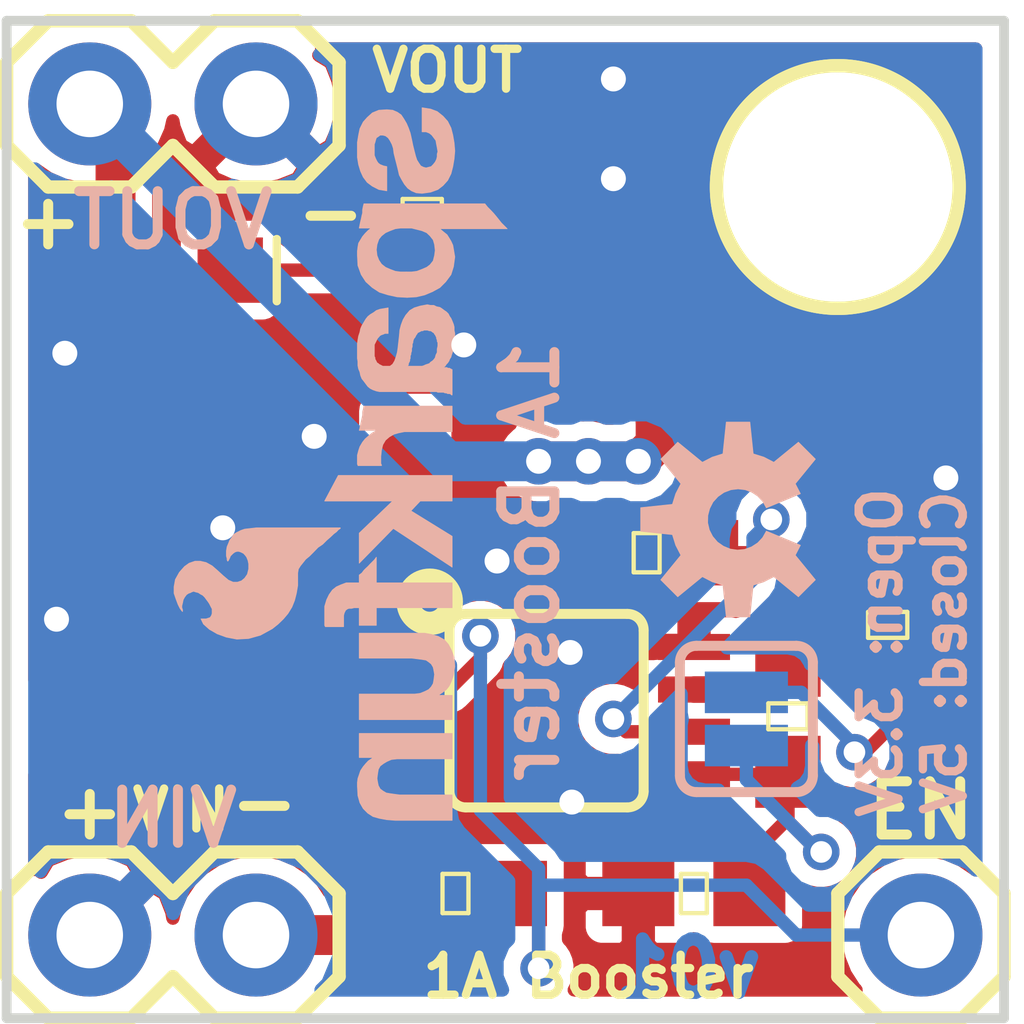
<source format=kicad_pcb>
(kicad_pcb (version 4) (host pcbnew 4.0.6)

  (general
    (links 28)
    (no_connects 0)
    (area 63.424999 71.044999 78.815001 86.435001)
    (thickness 1.6)
    (drawings 17)
    (tracks 108)
    (zones 0)
    (modules 21)
    (nets 10)
  )

  (page A4)
  (layers
    (0 F.Cu signal)
    (31 B.Cu signal)
    (32 B.Adhes user)
    (33 F.Adhes user)
    (34 B.Paste user)
    (35 F.Paste user)
    (36 B.SilkS user)
    (37 F.SilkS user)
    (38 B.Mask user)
    (39 F.Mask user)
    (40 Dwgs.User user)
    (41 Cmts.User user)
    (42 Eco1.User user)
    (43 Eco2.User user)
    (44 Edge.Cuts user)
    (45 Margin user)
    (46 B.CrtYd user)
    (47 F.CrtYd user)
    (48 B.Fab user)
    (49 F.Fab user)
  )

  (setup
    (last_trace_width 0.25)
    (user_trace_width 0.2032)
    (user_trace_width 0.4064)
    (user_trace_width 0.6096)
    (trace_clearance 0.2)
    (zone_clearance 0.254)
    (zone_45_only no)
    (trace_min 0.2)
    (segment_width 0.2)
    (edge_width 0.15)
    (via_size 0.6)
    (via_drill 0.4)
    (via_min_size 0.4)
    (via_min_drill 0.3)
    (uvia_size 0.3)
    (uvia_drill 0.1)
    (uvias_allowed no)
    (uvia_min_size 0.2)
    (uvia_min_drill 0.1)
    (pcb_text_width 0.3)
    (pcb_text_size 1.5 1.5)
    (mod_edge_width 0.15)
    (mod_text_size 1 1)
    (mod_text_width 0.15)
    (pad_size 1.524 1.524)
    (pad_drill 0.762)
    (pad_to_mask_clearance 0.2)
    (aux_axis_origin 162.56 182.88)
    (grid_origin 162.56 182.88)
    (visible_elements 7FFFFF7F)
    (pcbplotparams
      (layerselection 0x00030_80000001)
      (usegerberextensions false)
      (excludeedgelayer true)
      (linewidth 0.100000)
      (plotframeref false)
      (viasonmask false)
      (mode 1)
      (useauxorigin false)
      (hpglpennumber 1)
      (hpglpenspeed 20)
      (hpglpendiameter 15)
      (hpglpenoverlay 2)
      (psnegative false)
      (psa4output false)
      (plotreference true)
      (plotvalue true)
      (plotinvisibletext false)
      (padsonsilk false)
      (subtractmaskfromsilk false)
      (outputformat 1)
      (mirror false)
      (drillshape 1)
      (scaleselection 1)
      (outputdirectory ""))
  )

  (net 0 "")
  (net 1 "Net-(D1-PadC)")
  (net 2 "Net-(JP1-Pad1)")
  (net 3 /VCC)
  (net 4 /GND)
  (net 5 /VBATT)
  (net 6 /EN)
  (net 7 /FB)
  (net 8 /LX)
  (net 9 /RSET)

  (net_class Default "This is the default net class."
    (clearance 0.2)
    (trace_width 0.25)
    (via_dia 0.6)
    (via_drill 0.4)
    (uvia_dia 0.3)
    (uvia_drill 0.1)
  )

  (net_class Digital ""
    (clearance 0.2032)
    (trace_width 0.2032)
    (via_dia 0.5588)
    (via_drill 0.3302)
    (uvia_dia 0.3)
    (uvia_drill 0.1)
    (add_net /EN)
    (add_net /FB)
    (add_net /RSET)
    (add_net "Net-(D1-PadC)")
    (add_net "Net-(JP1-Pad1)")
  )

  (net_class Power ""
    (clearance 0.2032)
    (trace_width 0.6096)
    (via_dia 0.7112)
    (via_drill 0.381)
    (uvia_dia 0.3)
    (uvia_drill 0.1)
    (add_net /GND)
    (add_net /LX)
    (add_net /VBATT)
    (add_net /VCC)
  )

  (module Capacitors:0805 (layer F.Cu) (tedit 5965BEB8) (tstamp 59659AF0)
    (at 71.374 73.914 90)
    (descr "GENERIC 2012 (0805) PACKAGE")
    (tags "GENERIC 2012 (0805) PACKAGE")
    (path /59659162)
    (attr smd)
    (fp_text reference C3 (at 1.905 0 180) (layer F.SilkS) hide
      (effects (font (size 0.6096 0.6096) (thickness 0.127)))
    )
    (fp_text value 22UF-0805-6.3V-20% (at 0 1.27 90) (layer F.SilkS) hide
      (effects (font (size 0.6096 0.6096) (thickness 0.127)))
    )
    (fp_line (start -1.4986 -0.79756) (end 1.4986 -0.79756) (layer F.CrtYd) (width 0.0508))
    (fp_line (start 1.4986 -0.79756) (end 1.4986 0.79756) (layer F.CrtYd) (width 0.0508))
    (fp_line (start 1.4986 0.79756) (end -1.4986 0.79756) (layer F.CrtYd) (width 0.0508))
    (fp_line (start -1.4986 0.79756) (end -1.4986 -0.79756) (layer F.CrtYd) (width 0.0508))
    (pad 1 smd rect (at -0.89916 0 90) (size 0.79756 1.19888) (layers F.Cu F.Paste F.Mask)
      (net 3 /VCC) (solder_mask_margin 0.1016))
    (pad 2 smd rect (at 0.89916 0 90) (size 0.79756 1.19888) (layers F.Cu F.Paste F.Mask)
      (net 4 /GND) (solder_mask_margin 0.1016))
  )

  (module Silicon-Standard:MSOP8 (layer F.Cu) (tedit 5965BECA) (tstamp 59659B73)
    (at 71.755 81.661 270)
    (descr "8M, 8-LEAD, 0.118\" WIDE, MINIATURE SMALL OUTLINE PACKAGE")
    (tags "8M, 8-LEAD, 0.118\" WIDE, MINIATURE SMALL OUTLINE PACKAGE")
    (path /59658D05)
    (attr smd)
    (fp_text reference U1 (at -1.27 3.683 360) (layer F.SilkS) hide
      (effects (font (size 0.6096 0.6096) (thickness 0.127)))
    )
    (fp_text value PAM2401 (at 2.159 0 360) (layer F.SilkS) hide
      (effects (font (size 0.6096 0.6096) (thickness 0.127)))
    )
    (fp_line (start -1.17348 2.44856) (end -0.7747 2.44856) (layer Dwgs.User) (width 0.06604))
    (fp_line (start -0.7747 2.44856) (end -0.7747 1.5494) (layer Dwgs.User) (width 0.06604))
    (fp_line (start -1.17348 1.5494) (end -0.7747 1.5494) (layer Dwgs.User) (width 0.06604))
    (fp_line (start -1.17348 2.44856) (end -1.17348 1.5494) (layer Dwgs.User) (width 0.06604))
    (fp_line (start -0.52324 2.44856) (end -0.12446 2.44856) (layer Dwgs.User) (width 0.06604))
    (fp_line (start -0.12446 2.44856) (end -0.12446 1.5494) (layer Dwgs.User) (width 0.06604))
    (fp_line (start -0.52324 1.5494) (end -0.12446 1.5494) (layer Dwgs.User) (width 0.06604))
    (fp_line (start -0.52324 2.44856) (end -0.52324 1.5494) (layer Dwgs.User) (width 0.06604))
    (fp_line (start 0.12446 2.44856) (end 0.52324 2.44856) (layer Dwgs.User) (width 0.06604))
    (fp_line (start 0.52324 2.44856) (end 0.52324 1.5494) (layer Dwgs.User) (width 0.06604))
    (fp_line (start 0.12446 1.5494) (end 0.52324 1.5494) (layer Dwgs.User) (width 0.06604))
    (fp_line (start 0.12446 2.44856) (end 0.12446 1.5494) (layer Dwgs.User) (width 0.06604))
    (fp_line (start 0.7747 2.44856) (end 1.17348 2.44856) (layer Dwgs.User) (width 0.06604))
    (fp_line (start 1.17348 2.44856) (end 1.17348 1.5494) (layer Dwgs.User) (width 0.06604))
    (fp_line (start 0.7747 1.5494) (end 1.17348 1.5494) (layer Dwgs.User) (width 0.06604))
    (fp_line (start 0.7747 2.44856) (end 0.7747 1.5494) (layer Dwgs.User) (width 0.06604))
    (fp_line (start 0.7747 -1.5494) (end 1.17348 -1.5494) (layer Dwgs.User) (width 0.06604))
    (fp_line (start 1.17348 -1.5494) (end 1.17348 -2.44856) (layer Dwgs.User) (width 0.06604))
    (fp_line (start 0.7747 -2.44856) (end 1.17348 -2.44856) (layer Dwgs.User) (width 0.06604))
    (fp_line (start 0.7747 -1.5494) (end 0.7747 -2.44856) (layer Dwgs.User) (width 0.06604))
    (fp_line (start 0.12446 -1.5494) (end 0.52324 -1.5494) (layer Dwgs.User) (width 0.06604))
    (fp_line (start 0.52324 -1.5494) (end 0.52324 -2.44856) (layer Dwgs.User) (width 0.06604))
    (fp_line (start 0.12446 -2.44856) (end 0.52324 -2.44856) (layer Dwgs.User) (width 0.06604))
    (fp_line (start 0.12446 -1.5494) (end 0.12446 -2.44856) (layer Dwgs.User) (width 0.06604))
    (fp_line (start -0.52324 -1.5494) (end -0.12446 -1.5494) (layer Dwgs.User) (width 0.06604))
    (fp_line (start -0.12446 -1.5494) (end -0.12446 -2.44856) (layer Dwgs.User) (width 0.06604))
    (fp_line (start -0.52324 -2.44856) (end -0.12446 -2.44856) (layer Dwgs.User) (width 0.06604))
    (fp_line (start -0.52324 -1.5494) (end -0.52324 -2.44856) (layer Dwgs.User) (width 0.06604))
    (fp_line (start -1.17348 -1.5494) (end -0.7747 -1.5494) (layer Dwgs.User) (width 0.06604))
    (fp_line (start -0.7747 -1.5494) (end -0.7747 -2.44856) (layer Dwgs.User) (width 0.06604))
    (fp_line (start -1.17348 -2.44856) (end -0.7747 -2.44856) (layer Dwgs.User) (width 0.06604))
    (fp_line (start -1.17348 -1.5494) (end -1.17348 -2.44856) (layer Dwgs.User) (width 0.06604))
    (fp_line (start 1.23952 1.48844) (end -1.2192 1.48844) (layer F.SilkS) (width 0.1524))
    (fp_line (start -1.2192 -1.47828) (end 1.23952 -1.47828) (layer F.SilkS) (width 0.1524))
    (fp_line (start -1.47828 -1.22936) (end -1.47828 1.22936) (layer F.SilkS) (width 0.1524))
    (fp_line (start 1.47828 1.23952) (end 1.47828 -1.22936) (layer F.SilkS) (width 0.1524))
    (fp_circle (center -1.6637 1.7907) (end -1.6637 1.6383) (layer F.SilkS) (width 0.3556))
    (fp_arc (start -1.22936 -1.22936) (end -1.47828 -1.22936) (angle 90) (layer F.SilkS) (width 0.1524))
    (fp_arc (start 1.22936 -1.22936) (end 1.22936 -1.47828) (angle 90) (layer F.SilkS) (width 0.1524))
    (fp_arc (start 1.22936 1.23952) (end 1.47828 1.23952) (angle 90) (layer F.SilkS) (width 0.1524))
    (fp_arc (start -1.22936 1.23952) (end -1.22936 1.48844) (angle 90) (layer F.SilkS) (width 0.1524))
    (pad 1 smd rect (at -0.97282 2.2479 270) (size 0.39878 1.09982) (layers F.Cu F.Paste F.Mask)
      (net 8 /LX) (solder_mask_margin 0.1016))
    (pad 2 smd rect (at -0.32258 2.2479 270) (size 0.39878 1.09982) (layers F.Cu F.Paste F.Mask)
      (net 6 /EN) (solder_mask_margin 0.1016))
    (pad 3 smd rect (at 0.32258 2.2479 270) (size 0.39878 1.09982) (layers F.Cu F.Paste F.Mask)
      (net 5 /VBATT) (solder_mask_margin 0.1016))
    (pad 4 smd rect (at 0.97282 2.2479 270) (size 0.39878 1.09982) (layers F.Cu F.Paste F.Mask)
      (net 4 /GND) (solder_mask_margin 0.1016))
    (pad 5 smd rect (at 0.97282 -2.2479 270) (size 0.39878 1.09982) (layers F.Cu F.Paste F.Mask)
      (net 7 /FB) (solder_mask_margin 0.1016))
    (pad 6 smd rect (at 0.32258 -2.2479 270) (size 0.39878 1.09982) (layers F.Cu F.Paste F.Mask)
      (net 9 /RSET) (solder_mask_margin 0.1016))
    (pad 7 smd rect (at -0.32258 -2.2479 270) (size 0.39878 1.09982) (layers F.Cu F.Paste F.Mask)
      (net 3 /VCC) (solder_mask_margin 0.1016))
    (pad 8 smd rect (at -0.97282 -2.2479 270) (size 0.39878 1.09982) (layers F.Cu F.Paste F.Mask)
      (net 4 /GND) (solder_mask_margin 0.1016))
  )

  (module Capacitors:0805 (layer F.Cu) (tedit 5965BEC4) (tstamp 59659AE4)
    (at 67.17284 81.915 180)
    (descr "GENERIC 2012 (0805) PACKAGE")
    (tags "GENERIC 2012 (0805) PACKAGE")
    (path /59659027)
    (attr smd)
    (fp_text reference C1 (at 1.778 1.397 180) (layer F.SilkS) hide
      (effects (font (size 0.6096 0.6096) (thickness 0.127)))
    )
    (fp_text value 22UF-0805-6.3V-20% (at 0 1.27 180) (layer F.SilkS) hide
      (effects (font (size 0.6096 0.6096) (thickness 0.127)))
    )
    (fp_line (start -1.4986 -0.79756) (end 1.4986 -0.79756) (layer F.CrtYd) (width 0.0508))
    (fp_line (start 1.4986 -0.79756) (end 1.4986 0.79756) (layer F.CrtYd) (width 0.0508))
    (fp_line (start 1.4986 0.79756) (end -1.4986 0.79756) (layer F.CrtYd) (width 0.0508))
    (fp_line (start -1.4986 0.79756) (end -1.4986 -0.79756) (layer F.CrtYd) (width 0.0508))
    (pad 1 smd rect (at -0.89916 0 180) (size 0.79756 1.19888) (layers F.Cu F.Paste F.Mask)
      (net 5 /VBATT) (solder_mask_margin 0.1016))
    (pad 2 smd rect (at 0.89916 0 180) (size 0.79756 1.19888) (layers F.Cu F.Paste F.Mask)
      (net 4 /GND) (solder_mask_margin 0.1016))
  )

  (module Capacitors:0805 (layer F.Cu) (tedit 5965C203) (tstamp 59659AEA)
    (at 72.517 76.327 180)
    (descr "GENERIC 2012 (0805) PACKAGE")
    (tags "GENERIC 2012 (0805) PACKAGE")
    (path /596590BF)
    (attr smd)
    (fp_text reference C2 (at -0.635 1.27 180) (layer F.SilkS) hide
      (effects (font (size 0.6096 0.6096) (thickness 0.127)))
    )
    (fp_text value 22UF-0805-6.3V-20% (at 0 1.27 180) (layer F.SilkS) hide
      (effects (font (size 0.6096 0.6096) (thickness 0.127)))
    )
    (fp_line (start -1.4986 -0.79756) (end 1.4986 -0.79756) (layer F.CrtYd) (width 0.0508))
    (fp_line (start 1.4986 -0.79756) (end 1.4986 0.79756) (layer F.CrtYd) (width 0.0508))
    (fp_line (start 1.4986 0.79756) (end -1.4986 0.79756) (layer F.CrtYd) (width 0.0508))
    (fp_line (start -1.4986 0.79756) (end -1.4986 -0.79756) (layer F.CrtYd) (width 0.0508))
    (pad 1 smd rect (at -0.89916 0 180) (size 0.79756 1.19888) (layers F.Cu F.Paste F.Mask)
      (net 3 /VCC) (solder_mask_margin 0.1016))
    (pad 2 smd rect (at 0.89916 0 180) (size 0.79756 1.19888) (layers F.Cu F.Paste F.Mask)
      (net 4 /GND) (solder_mask_margin 0.1016))
  )

  (module LED:LED-0603 (layer F.Cu) (tedit 5965BEBC) (tstamp 59659AF6)
    (at 66.04 74.93)
    (descr "LED 0603 SMT")
    (tags "LED 0603 SMT")
    (path /596591A1)
    (attr smd)
    (fp_text reference D1 (at -1.905 0 90) (layer F.SilkS) hide
      (effects (font (size 0.6096 0.6096) (thickness 0.127)))
    )
    (fp_text value LED-RED0603 (at 0 1.016) (layer F.SilkS) hide
      (effects (font (size 0.6096 0.6096) (thickness 0.127)))
    )
    (fp_line (start 1.5875 -0.47498) (end 1.5875 0.47498) (layer F.SilkS) (width 0.127))
    (fp_line (start 0.15748 -0.47498) (end 0.15748 0) (layer Dwgs.User) (width 0.127))
    (fp_line (start 0.15748 0) (end 0.15748 0.47498) (layer Dwgs.User) (width 0.127))
    (fp_line (start 0.15748 0) (end -0.15748 -0.3175) (layer Dwgs.User) (width 0.127))
    (fp_line (start 0.15748 0) (end -0.15748 0.3175) (layer Dwgs.User) (width 0.127))
    (pad A smd rect (at -0.8763 0 270) (size 0.99822 0.99822) (layers F.Cu F.Paste F.Mask)
      (net 3 /VCC) (solder_mask_margin 0.1016))
    (pad C smd rect (at 0.8763 0 270) (size 0.99822 0.99822) (layers F.Cu F.Paste F.Mask)
      (net 1 "Net-(D1-PadC)") (solder_mask_margin 0.1016))
  )

  (module Aesthetics:FIDUCIAL-1X2 (layer F.Cu) (tedit 5965B5B6) (tstamp 59659B07)
    (at 77.724 76.962)
    (descr "FIDUCIAL - CIRCLE, 1MM")
    (tags "FIDUCIAL - CIRCLE, 1MM")
    (path /5966C774)
    (attr smd)
    (fp_text reference FD1 (at 0 0) (layer F.SilkS) hide
      (effects (font (thickness 0.15)))
    )
    (fp_text value FIDUCIAL1X2 (at 0 0) (layer F.SilkS) hide
      (effects (font (thickness 0.15)))
    )
    (pad 1 smd circle (at 0 0) (size 0.99822 0.99822) (layers F.Cu F.Paste F.Mask)
      (solder_mask_margin 0.1016))
  )

  (module Aesthetics:FIDUCIAL-1X2 (layer F.Cu) (tedit 5965B5B3) (tstamp 59659B0C)
    (at 64.389 81.915)
    (descr "FIDUCIAL - CIRCLE, 1MM")
    (tags "FIDUCIAL - CIRCLE, 1MM")
    (path /5966C8AF)
    (attr smd)
    (fp_text reference FD2 (at 0 0) (layer F.SilkS) hide
      (effects (font (thickness 0.15)))
    )
    (fp_text value FIDUCIAL1X2 (at 0 0) (layer F.SilkS) hide
      (effects (font (thickness 0.15)))
    )
    (pad 1 smd circle (at 0 0) (size 0.99822 0.99822) (layers F.Cu F.Paste F.Mask)
      (solder_mask_margin 0.1016))
  )

  (module Hardware:STAND-OFF (layer F.Cu) (tedit 5965B6AA) (tstamp 59659B11)
    (at 76.2 73.66)
    (descr "STANDOFF (#4 SCREW)")
    (tags "STANDOFF (#4 SCREW)")
    (path /5966C6D6)
    (attr virtual)
    (fp_text reference H1 (at 0 -3.302) (layer F.SilkS) hide
      (effects (font (size 0.6096 0.6096) (thickness 0.127)))
    )
    (fp_text value STAND-OFF (at 0 3.429) (layer F.SilkS) hide
      (effects (font (size 0.6096 0.6096) (thickness 0.127)))
    )
    (fp_circle (center 0 0) (end 0 -2.794) (layer F.CrtYd) (width 0.127))
    (fp_arc (start 0 0) (end 0 -1.8542) (angle 180) (layer F.SilkS) (width 0.2032))
    (fp_arc (start 0 0) (end 0 1.8542) (angle 180) (layer F.SilkS) (width 0.2032))
    (fp_arc (start 0 0) (end 0 -1.8542) (angle 180) (layer F.SilkS) (width 0.2032))
    (fp_arc (start 0 0) (end 0 1.8542) (angle 180) (layer F.SilkS) (width 0.2032))
    (pad "" np_thru_hole circle (at 0 0) (size 3.302 3.302) (drill 3.302) (layers *.Cu *.Mask)
      (solder_mask_margin 0.1016))
  )

  (module Jumpers:SMT-JUMPER_2_NO_SILK (layer B.Cu) (tedit 5965C65A) (tstamp 59659B35)
    (at 74.803 81.788 270)
    (path /5966A9E4)
    (attr smd)
    (fp_text reference JP1 (at 0 1.524 270) (layer B.SilkS) hide
      (effects (font (size 0.6096 0.6096) (thickness 0.127)) (justify mirror))
    )
    (fp_text value JUMPER-SMT_2_NO (at 0 -1.651 270) (layer B.SilkS) hide
      (effects (font (size 0.6096 0.6096) (thickness 0.127)) (justify mirror))
    )
    (fp_line (start 0.8636 -1.016) (end -0.8636 -1.016) (layer B.SilkS) (width 0.1524))
    (fp_line (start 1.1176 -0.762) (end 1.1176 0.762) (layer B.SilkS) (width 0.1524))
    (fp_line (start -1.1176 -0.762) (end -1.1176 0.762) (layer B.SilkS) (width 0.1524))
    (fp_line (start -0.8636 1.016) (end 0.8636 1.016) (layer B.SilkS) (width 0.1524))
    (fp_arc (start 0.8636 0.762) (end 0.8636 1.016) (angle -90) (layer B.SilkS) (width 0.1524))
    (fp_arc (start -0.8636 0.762) (end -1.1176 0.762) (angle -90) (layer B.SilkS) (width 0.1524))
    (fp_arc (start -0.8636 -0.762) (end -0.8636 -1.016) (angle -90) (layer B.SilkS) (width 0.1524))
    (fp_arc (start 0.8636 -0.762) (end 1.1176 -0.762) (angle -90) (layer B.SilkS) (width 0.1524))
    (pad 1 smd rect (at -0.4064 0 270) (size 0.635 1.27) (layers B.Cu B.Mask)
      (net 2 "Net-(JP1-Pad1)") (solder_mask_margin 0.1016))
    (pad 2 smd rect (at 0.4064 0 270) (size 0.635 1.27) (layers B.Cu B.Mask)
      (net 7 /FB) (solder_mask_margin 0.1016))
  )

  (module Coils:INDUCTOR_2.2UH (layer F.Cu) (tedit 5965BEC1) (tstamp 59659B3B)
    (at 67.691 77.724)
    (path /59658FA6)
    (attr smd)
    (fp_text reference L1 (at -3.175 0 90) (layer F.SilkS) hide
      (effects (font (size 0.6096 0.6096) (thickness 0.127)))
    )
    (fp_text value INDUCTOR-CDRH-4.7UH (at 0 2.54) (layer F.SilkS) hide
      (effects (font (size 0.6096 0.6096) (thickness 0.127)))
    )
    (fp_line (start -2.69748 -1.89992) (end 2.70002 -1.89992) (layer F.CrtYd) (width 0.127))
    (fp_line (start 2.70002 -1.89992) (end 2.70002 1.89992) (layer F.CrtYd) (width 0.127))
    (fp_line (start 2.70002 1.89992) (end -2.69748 1.89992) (layer F.CrtYd) (width 0.127))
    (fp_line (start -2.69748 1.89992) (end -2.69748 -1.89992) (layer F.CrtYd) (width 0.127))
    (fp_line (start 0 1.69926) (end -0.26416 1.67894) (layer Dwgs.User) (width 0))
    (fp_line (start -0.26416 1.67894) (end -0.52324 1.61544) (layer Dwgs.User) (width 0))
    (fp_line (start -0.52324 1.61544) (end -0.76962 1.51384) (layer Dwgs.User) (width 0))
    (fp_line (start -0.76962 1.51384) (end -0.99822 1.37414) (layer Dwgs.User) (width 0))
    (fp_line (start -0.99822 1.37414) (end -1.20142 1.20142) (layer Dwgs.User) (width 0))
    (fp_line (start -1.20142 1.20142) (end -1.37414 0.99822) (layer Dwgs.User) (width 0))
    (fp_line (start -1.37414 0.99822) (end -1.51384 0.76962) (layer Dwgs.User) (width 0))
    (fp_line (start -1.51384 0.76962) (end -1.61544 0.52324) (layer Dwgs.User) (width 0))
    (fp_line (start -1.61544 0.52324) (end -1.67894 0.26416) (layer Dwgs.User) (width 0))
    (fp_line (start -1.67894 0.26416) (end -1.69926 0) (layer Dwgs.User) (width 0))
    (fp_line (start -1.69926 0) (end -1.67894 -0.26416) (layer Dwgs.User) (width 0))
    (fp_line (start -1.67894 -0.26416) (end -1.61544 -0.52324) (layer Dwgs.User) (width 0))
    (fp_line (start -1.61544 -0.52324) (end -1.51384 -0.76962) (layer Dwgs.User) (width 0))
    (fp_line (start -1.51384 -0.76962) (end -1.37414 -0.99822) (layer Dwgs.User) (width 0))
    (fp_line (start -1.37414 -0.99822) (end -1.20142 -1.20142) (layer Dwgs.User) (width 0))
    (fp_line (start -1.20142 -1.20142) (end -0.99822 -1.37414) (layer Dwgs.User) (width 0))
    (fp_line (start -0.99822 -1.37414) (end -0.76962 -1.51384) (layer Dwgs.User) (width 0))
    (fp_line (start -0.76962 -1.51384) (end -0.52324 -1.61544) (layer Dwgs.User) (width 0))
    (fp_line (start -0.52324 -1.61544) (end -0.26416 -1.67894) (layer Dwgs.User) (width 0))
    (fp_line (start -0.26416 -1.67894) (end 0 -1.69926) (layer Dwgs.User) (width 0))
    (fp_line (start 0 -1.69926) (end 0.26416 -1.67894) (layer Dwgs.User) (width 0))
    (fp_line (start 0.26416 -1.67894) (end 0.52324 -1.61544) (layer Dwgs.User) (width 0))
    (fp_line (start 0.52324 -1.61544) (end 0.76962 -1.51384) (layer Dwgs.User) (width 0))
    (fp_line (start 0.76962 -1.51384) (end 0.99822 -1.37414) (layer Dwgs.User) (width 0))
    (fp_line (start 0.99822 -1.37414) (end 1.20142 -1.20142) (layer Dwgs.User) (width 0))
    (fp_line (start 1.20142 -1.20142) (end 1.37414 -0.99822) (layer Dwgs.User) (width 0))
    (fp_line (start 1.37414 -0.99822) (end 1.51384 -0.76962) (layer Dwgs.User) (width 0))
    (fp_line (start 1.51384 -0.76962) (end 1.61544 -0.52324) (layer Dwgs.User) (width 0))
    (fp_line (start 1.61544 -0.52324) (end 1.67894 -0.26416) (layer Dwgs.User) (width 0))
    (fp_line (start 1.67894 -0.26416) (end 1.69926 0) (layer Dwgs.User) (width 0))
    (fp_line (start 1.69926 0) (end 1.67894 0.26416) (layer Dwgs.User) (width 0))
    (fp_line (start 1.67894 0.26416) (end 1.61544 0.52324) (layer Dwgs.User) (width 0))
    (fp_line (start 1.61544 0.52324) (end 1.51384 0.76962) (layer Dwgs.User) (width 0))
    (fp_line (start 1.51384 0.76962) (end 1.37414 0.99822) (layer Dwgs.User) (width 0))
    (fp_line (start 1.37414 0.99822) (end 1.20142 1.20142) (layer Dwgs.User) (width 0))
    (fp_line (start 1.20142 1.20142) (end 0.99822 1.37414) (layer Dwgs.User) (width 0))
    (fp_line (start 0.99822 1.37414) (end 0.76962 1.51384) (layer Dwgs.User) (width 0))
    (fp_line (start 0.76962 1.51384) (end 0.52324 1.61544) (layer Dwgs.User) (width 0))
    (fp_line (start 0.52324 1.61544) (end 0.26416 1.67894) (layer Dwgs.User) (width 0))
    (fp_line (start 0.26416 1.67894) (end 0 1.69926) (layer Dwgs.User) (width 0))
    (fp_line (start -1.84912 -0.54864) (end 1.84912 -0.54864) (layer Dwgs.User) (width 0))
    (fp_line (start 1.84912 -0.54864) (end 1.84912 0.54864) (layer Dwgs.User) (width 0))
    (fp_line (start 1.84912 0.54864) (end -1.84912 0.54864) (layer Dwgs.User) (width 0))
    (fp_line (start -1.84912 0.54864) (end -1.84912 -0.54864) (layer Dwgs.User) (width 0))
    (fp_line (start -1.79832 -0.49784) (end -1.79832 -0.65278) (layer Dwgs.User) (width 0))
    (fp_line (start -1.79832 -0.65278) (end -0.70104 -1.74752) (layer Dwgs.User) (width 0))
    (fp_line (start -0.70104 -1.74752) (end 0.2921 -1.74752) (layer Dwgs.User) (width 0))
    (fp_line (start 0.2921 -1.74752) (end 0.49784 -1.54432) (layer Dwgs.User) (width 0))
    (fp_line (start 0.49784 -1.54432) (end 0.49784 -0.49784) (layer Dwgs.User) (width 0))
    (fp_line (start 0.49784 -0.49784) (end -1.79832 -0.49784) (layer Dwgs.User) (width 0))
    (fp_line (start 1.79832 0.49784) (end 1.79832 0.65278) (layer Dwgs.User) (width 0))
    (fp_line (start 1.79832 0.65278) (end 0.70104 1.74752) (layer Dwgs.User) (width 0))
    (fp_line (start 0.70104 1.74752) (end -0.2921 1.74752) (layer Dwgs.User) (width 0))
    (fp_line (start -0.2921 1.74752) (end -0.49784 1.54432) (layer Dwgs.User) (width 0))
    (fp_line (start -0.49784 1.54432) (end -0.49784 0.49784) (layer Dwgs.User) (width 0))
    (fp_line (start -0.49784 0.49784) (end 1.79832 0.49784) (layer Dwgs.User) (width 0))
    (pad P$1 smd rect (at -1.89992 0 90) (size 1.29794 0.89916) (layers F.Cu F.Paste F.Mask)
      (net 5 /VBATT) (solder_mask_margin 0.1016))
    (pad P$2 smd rect (at 1.89992 0) (size 0.89916 1.29794) (layers F.Cu F.Paste F.Mask)
      (net 8 /LX) (solder_mask_margin 0.1016))
  )

  (module Aesthetics:SFE_LOGO_NAME_FLAME_.1 (layer B.Cu) (tedit 5965B526) (tstamp 59659B3F)
    (at 71.247 72.009 270)
    (descr "SPARKFUN FONT LOGO W/ FLAME - 0.1\" HEIGHT - SILKSCREEN")
    (tags "SPARKFUN FONT LOGO W/ FLAME - 0.1\" HEIGHT - SILKSCREEN")
    (path /5966E0D6)
    (attr virtual)
    (fp_text reference LOGO1 (at 0 0 270) (layer B.SilkS) hide
      (effects (font (thickness 0.15)) (justify mirror))
    )
    (fp_text value SFE_LOGO_NAME_FLAME.1_INCH (at 0 0 270) (layer B.SilkS) hide
      (effects (font (thickness 0.15)) (justify mirror))
    )
    (fp_poly (pts (xy 0.80772 1.39954) (xy 0.80772 1.33858) (xy 0.82804 1.28778) (xy 0.85852 1.24968)
      (xy 0.89916 1.2192) (xy 0.9398 1.18872) (xy 0.99822 1.17856) (xy 1.04902 1.1684)
      (xy 1.10998 1.15824) (xy 1.14808 1.1684) (xy 1.18872 1.1684) (xy 1.22936 1.17856)
      (xy 1.27 1.19888) (xy 1.3081 1.22936) (xy 1.33858 1.25984) (xy 1.34874 1.29794)
      (xy 1.3589 1.33858) (xy 1.34874 1.37922) (xy 1.32842 1.41986) (xy 1.28778 1.4478)
      (xy 1.23952 1.47828) (xy 1.17856 1.4986) (xy 1.09982 1.51892) (xy 1.01854 1.53924)
      (xy 0.91948 1.55956) (xy 0.82804 1.57988) (xy 0.7493 1.60782) (xy 0.67818 1.6383)
      (xy 0.6096 1.67894) (xy 0.54864 1.71958) (xy 0.508 1.778) (xy 0.47752 1.84912)
      (xy 0.4699 1.93802) (xy 0.47752 2.05994) (xy 0.51816 2.159) (xy 0.58928 2.23774)
      (xy 0.65786 2.2987) (xy 0.75946 2.3495) (xy 0.85852 2.36982) (xy 0.96774 2.3876)
      (xy 1.19888 2.3876) (xy 1.3081 2.36982) (xy 1.4097 2.33934) (xy 1.4986 2.2987)
      (xy 1.57988 2.23774) (xy 1.6383 2.159) (xy 1.6891 2.05994) (xy 1.70942 1.93802)
      (xy 1.33858 1.93802) (xy 1.32842 1.98882) (xy 1.3081 2.03962) (xy 1.28778 2.06756)
      (xy 1.25984 2.08788) (xy 1.2192 2.1082) (xy 1.1684 2.12852) (xy 0.99822 2.12852)
      (xy 0.96774 2.11836) (xy 0.92964 2.1082) (xy 0.89916 2.09804) (xy 0.87884 2.06756)
      (xy 0.85852 2.03962) (xy 0.85852 1.99898) (xy 0.86868 1.95834) (xy 0.89916 1.9177)
      (xy 0.9398 1.88976) (xy 0.99822 1.85928) (xy 1.05918 1.83896) (xy 1.13792 1.8288)
      (xy 1.2192 1.80848) (xy 1.29794 1.78816) (xy 1.37922 1.76784) (xy 1.46812 1.74752)
      (xy 1.53924 1.70942) (xy 1.60782 1.66878) (xy 1.66878 1.61798) (xy 1.70942 1.55956)
      (xy 1.7399 1.48844) (xy 1.74752 1.39954) (xy 1.72974 1.27) (xy 1.6891 1.15824)
      (xy 1.62814 1.0795) (xy 1.5494 1.00838) (xy 1.4478 0.95758) (xy 1.33858 0.92964)
      (xy 1.2192 0.90932) (xy 1.09982 0.89916) (xy 0.9779 0.90932) (xy 0.85852 0.92964)
      (xy 0.7493 0.95758) (xy 0.6477 1.00838) (xy 0.56896 1.0795) (xy 0.49784 1.1684)
      (xy 0.45974 1.27) (xy 0.43942 1.39954) (xy 0.75946 1.39954)) (layer B.SilkS) (width 0.01))
    (fp_poly (pts (xy 2.9083 1.39954) (xy 2.93878 1.47828) (xy 2.94894 1.55956) (xy 2.94894 1.6383)
      (xy 3.33756 1.62814) (xy 3.32994 1.48844) (xy 3.29946 1.3589) (xy 3.24866 1.23952)) (layer B.SilkS) (width 0.01))
    (fp_poly (pts (xy 3.24866 1.23952) (xy 3.1877 1.12776) (xy 3.0988 1.03886) (xy 2.98958 0.95758)
      (xy 2.86766 0.91948) (xy 2.7178 0.89916) (xy 2.65938 0.90932) (xy 2.59842 0.91948)
      (xy 2.54 0.92964) (xy 2.47904 0.95758) (xy 2.42824 0.98806) (xy 2.37998 1.01854)
      (xy 2.33934 1.06934) (xy 2.2987 1.1176) (xy 2.28854 1.1176) (xy 2.28854 0.09906)
      (xy 2.2479 0.1397) (xy 2.19964 0.18796) (xy 2.14884 0.2286) (xy 2.09804 0.26924)
      (xy 2.04978 0.30988) (xy 1.99898 0.35814) (xy 1.95834 0.39878) (xy 1.90754 0.43942)
      (xy 1.90754 2.28854) (xy 1.94818 2.2987) (xy 1.99898 2.30886) (xy 2.04978 2.30886)
      (xy 2.08788 2.31902) (xy 2.13868 2.32918) (xy 2.17932 2.33934) (xy 2.22758 2.3495)
      (xy 2.27838 2.35966) (xy 2.27838 2.17932) (xy 2.31902 2.22758) (xy 2.35966 2.26822)
      (xy 2.40792 2.30886) (xy 2.45872 2.33934) (xy 2.50952 2.36982) (xy 2.56794 2.37998)
      (xy 2.6289 2.3876) (xy 2.69748 2.3876) (xy 2.84988 2.37998) (xy 2.98958 2.32918)
      (xy 3.0988 2.25806) (xy 3.1877 2.159) (xy 3.25882 2.04978) (xy 3.29946 1.9177)
      (xy 3.32994 1.778) (xy 3.33756 1.62814) (xy 2.94894 1.6383) (xy 2.94894 1.72974)
      (xy 2.93878 1.80848) (xy 2.9083 1.88976) (xy 2.87782 1.95834) (xy 2.82956 2.0193)
      (xy 2.7686 2.05994) (xy 2.69748 2.08788) (xy 2.60858 2.09804) (xy 2.52984 2.08788)
      (xy 2.44856 2.05994) (xy 2.39776 2.0193) (xy 2.3495 1.95834) (xy 2.31902 1.88976)
      (xy 2.28854 1.80848) (xy 2.27838 1.72974) (xy 2.27838 1.55956) (xy 2.2987 1.47828)
      (xy 2.31902 1.39954) (xy 2.3495 1.32842) (xy 2.39776 1.27762) (xy 2.45872 1.22936)
      (xy 2.52984 1.20904) (xy 2.61874 1.19888) (xy 2.69748 1.20904) (xy 2.77876 1.22936)
      (xy 2.83972 1.27762) (xy 2.87782 1.32842) (xy 2.9083 1.39954)) (layer B.SilkS) (width 0.01))
    (fp_poly (pts (xy 3.92938 1.74752) (xy 4.01828 1.75768) (xy 4.10972 1.76784) (xy 4.1783 1.778)
      (xy 4.2291 1.57988) (xy 4.20878 1.56972) (xy 4.18846 1.56972) (xy 4.15798 1.55956)
      (xy 4.11988 1.55956) (xy 4.0894 1.5494) (xy 4.04876 1.5494) (xy 4.02844 1.53924)
      (xy 4.00812 1.53924)) (layer B.SilkS) (width 0.01))
    (fp_poly (pts (xy 4.00812 1.53924) (xy 3.97764 1.52908) (xy 3.95986 1.51892) (xy 3.9497 1.50876)
      (xy 3.92938 1.4986) (xy 3.90906 1.48844) (xy 3.8989 1.47828) (xy 3.87858 1.46812)
      (xy 3.86842 1.4478) (xy 3.85826 1.42748) (xy 3.8481 1.4097) (xy 3.8481 1.38938)
      (xy 3.83794 1.36906) (xy 3.83794 1.31826) (xy 3.8481 1.28778) (xy 3.8481 1.27)
      (xy 3.85826 1.24968) (xy 3.86842 1.23952) (xy 3.87858 1.2192) (xy 3.8989 1.20904)
      (xy 3.90906 1.19888) (xy 3.92938 1.18872) (xy 3.9497 1.17856) (xy 3.96748 1.17856)
      (xy 3.9878 1.1684) (xy 4.00812 1.1684) (xy 4.02844 1.15824) (xy 4.07924 1.15824)
      (xy 4.1275 1.1684) (xy 4.1783 1.1684) (xy 4.21894 1.18872) (xy 4.25958 1.19888)
      (xy 4.28752 1.2192) (xy 4.30784 1.23952) (xy 4.32816 1.27) (xy 4.34848 1.28778)
      (xy 4.35864 1.31826) (xy 4.3688 1.34874) (xy 4.37896 1.36906) (xy 4.38912 1.39954)
      (xy 4.38912 1.62814) (xy 4.37896 1.61798) (xy 4.3688 1.60782) (xy 4.34848 1.60782)
      (xy 4.32816 1.59766) (xy 4.30784 1.5875) (xy 4.28752 1.5875) (xy 4.26974 1.57988)
      (xy 4.2291 1.57988) (xy 4.1783 1.778) (xy 4.24942 1.79832) (xy 4.30784 1.81864)
      (xy 4.35864 1.84912) (xy 4.38912 1.88976) (xy 4.38912 1.99898) (xy 4.37896 2.0193)
      (xy 4.3688 2.03962) (xy 4.35864 2.05994) (xy 4.34848 2.06756) (xy 4.33832 2.08788)
      (xy 4.318 2.09804) (xy 4.29768 2.1082) (xy 4.2799 2.11836) (xy 4.25958 2.11836)
      (xy 4.23926 2.12852) (xy 4.05892 2.12852) (xy 4.0386 2.11836) (xy 4.01828 2.1082)
      (xy 3.99796 2.09804) (xy 3.97764 2.08788) (xy 3.95986 2.07772) (xy 3.9497 2.06756)
      (xy 3.92938 2.04978) (xy 3.91922 2.03962) (xy 3.90906 2.0193) (xy 3.8989 1.98882)
      (xy 3.88874 1.9685) (xy 3.88874 1.9177) (xy 3.49758 1.9177) (xy 3.50774 1.97866)
      (xy 3.5179 2.03962) (xy 3.53822 2.09804) (xy 3.5687 2.13868) (xy 3.59918 2.18948)
      (xy 3.62966 2.22758) (xy 3.66776 2.25806) (xy 3.71856 2.28854) (xy 3.76936 2.31902)
      (xy 3.81762 2.33934) (xy 3.86842 2.3495) (xy 3.92938 2.36982) (xy 3.9878 2.37998)
      (xy 4.0386 2.3876) (xy 4.26974 2.3876) (xy 4.318 2.37998) (xy 4.37896 2.37998)
      (xy 4.42976 2.36982) (xy 4.47802 2.3495) (xy 4.52882 2.33934) (xy 4.57962 2.31902)
      (xy 4.61772 2.28854) (xy 4.65836 2.25806) (xy 4.699 2.22758) (xy 4.72948 2.18948)
      (xy 4.7498 2.14884) (xy 4.76758 2.09804) (xy 4.77774 2.04978) (xy 4.77774 1.17856)
      (xy 4.7879 1.15824) (xy 4.7879 1.06934) (xy 4.79806 1.04902) (xy 4.79806 1.0287)
      (xy 4.80822 1.00838) (xy 4.80822 0.9779) (xy 4.81838 0.95758) (xy 4.82854 0.94996)
      (xy 4.82854 0.9398) (xy 4.43992 0.9398) (xy 4.43992 0.94996) (xy 4.42976 0.95758)
      (xy 4.42976 0.96774) (xy 4.4196 0.9779) (xy 4.4196 1.00838) (xy 4.40944 1.01854)
      (xy 4.40944 1.0795) (xy 4.38912 1.04902) (xy 4.35864 1.0287) (xy 4.33832 1.00838)
      (xy 4.30784 0.98806) (xy 4.2799 0.9779) (xy 4.24942 0.95758) (xy 4.21894 0.94996)
      (xy 4.18846 0.9398) (xy 4.15798 0.92964) (xy 4.1275 0.91948) (xy 4.09956 0.91948)
      (xy 4.06908 0.90932) (xy 4.02844 0.90932) (xy 3.99796 0.89916) (xy 3.88874 0.89916)
      (xy 3.83794 0.90932) (xy 3.78968 0.90932) (xy 3.74904 0.91948) (xy 3.69824 0.9398)
      (xy 3.6576 0.95758) (xy 3.62966 0.9779) (xy 3.58902 0.99822) (xy 3.55854 1.0287)
      (xy 3.53822 1.05918) (xy 3.50774 1.09982) (xy 3.48996 1.12776) (xy 3.4798 1.17856)
      (xy 3.45948 1.2192) (xy 3.45948 1.27) (xy 3.44932 1.31826) (xy 3.46964 1.42748)
      (xy 3.49758 1.51892) (xy 3.53822 1.5875) (xy 3.60934 1.64846) (xy 3.67792 1.6891)
      (xy 3.7592 1.71958) (xy 3.83794 1.7399) (xy 3.92938 1.74752)) (layer B.SilkS) (width 0.01))
    (fp_poly (pts (xy 4.99872 2.28854) (xy 5.04952 2.2987) (xy 5.08762 2.30886) (xy 5.13842 2.30886)
      (xy 5.18922 2.31902) (xy 5.22986 2.32918) (xy 5.27812 2.33934) (xy 5.32892 2.3495)
      (xy 5.36956 2.35966) (xy 5.36956 2.08788) (xy 5.40766 2.159) (xy 5.4483 2.2098)
      (xy 5.4991 2.26822) (xy 5.5499 2.30886) (xy 5.61848 2.3495) (xy 5.67944 2.36982)
      (xy 5.74802 2.3876) (xy 5.88772 2.3876) (xy 5.89788 2.37998) (xy 5.90804 2.37998)
      (xy 5.90804 2.0193) (xy 5.89788 2.0193) (xy 5.87756 2.02946) (xy 5.76834 2.02946)
      (xy 5.66928 2.0193) (xy 5.588 1.99898) (xy 5.51942 1.95834) (xy 5.46862 1.89992)
      (xy 5.42798 1.8288) (xy 5.40766 1.75768) (xy 5.38988 1.66878) (xy 5.38988 0.9398)
      (xy 4.99872 0.9398) (xy 4.99872 2.11836)) (layer B.SilkS) (width 0.01))
    (fp_poly (pts (xy 6.0579 2.6797) (xy 6.44906 2.88798) (xy 6.44906 1.84912) (xy 6.93928 2.35966)
      (xy 7.39902 2.35966) (xy 6.86816 1.83896) (xy 7.45998 0.9398) (xy 6.98754 0.9398)
      (xy 6.59892 1.56972) (xy 6.44906 1.42748) (xy 6.44906 0.9398) (xy 6.0579 0.9398)) (layer B.SilkS) (width 0.01))
    (fp_poly (pts (xy 7.69874 2.09804) (xy 7.30758 2.09804) (xy 7.34822 2.12852) (xy 7.3787 2.159)
      (xy 7.40918 2.18948) (xy 7.44982 2.22758) (xy 7.47776 2.25806) (xy 7.50824 2.28854)
      (xy 7.54888 2.31902) (xy 7.57936 2.35966) (xy 7.69874 2.35966) (xy 7.69874 2.55778)
      (xy 7.72922 2.63906) (xy 7.7597 2.70764) (xy 7.80796 2.7686) (xy 7.87908 2.8194)
      (xy 7.95782 2.8575) (xy 8.05942 2.88798) (xy 8.34898 2.88798) (xy 8.3693 2.87782)
      (xy 8.3693 2.59842) (xy 8.19912 2.59842) (xy 8.15848 2.58826) (xy 8.13816 2.5781)
      (xy 8.11784 2.56794) (xy 8.09752 2.54) (xy 8.0899 2.51968) (xy 8.0899 2.47904)
      (xy 8.07974 2.4384) (xy 8.07974 2.35966) (xy 8.34898 2.35966) (xy 8.34898 2.09804)
      (xy 8.07974 2.09804) (xy 8.07974 0.9398) (xy 7.69874 0.9398) (xy 7.69874 1.94818)) (layer B.SilkS) (width 0.01))
    (fp_poly (pts (xy 9.78916 0.9398) (xy 9.41832 0.9398) (xy 9.41832 1.13792) (xy 9.40816 1.13792)
      (xy 9.36752 1.0795) (xy 9.32942 1.0287) (xy 9.27862 0.98806) (xy 9.21766 0.95758)
      (xy 9.1694 0.9398) (xy 9.10844 0.91948) (xy 9.03986 0.90932) (xy 8.9789 0.89916)
      (xy 8.8392 0.90932) (xy 8.72998 0.94996) (xy 8.63854 0.99822) (xy 8.56996 1.05918)
      (xy 8.51916 1.14808) (xy 8.48868 1.24968) (xy 8.46836 1.3589) (xy 8.46836 2.35966)
      (xy 8.84936 2.35966) (xy 8.84936 1.55956) (xy 8.85952 1.47828) (xy 8.86968 1.39954)
      (xy 8.87984 1.33858) (xy 8.90778 1.29794) (xy 8.93826 1.25984) (xy 8.98906 1.22936)
      (xy 9.03986 1.2192) (xy 9.09828 1.20904) (xy 9.17956 1.2192) (xy 9.23798 1.22936)
      (xy 9.28878 1.25984) (xy 9.32942 1.29794) (xy 9.3599 1.3589) (xy 9.38784 1.42748)
      (xy 9.398 1.50876) (xy 9.398 2.35966) (xy 9.78916 2.35966) (xy 9.78916 1.1176)) (layer B.SilkS) (width 0.01))
    (fp_poly (pts (xy 9.99998 2.35966) (xy 10.36828 2.35966) (xy 10.36828 2.159) (xy 10.37844 2.159)
      (xy 10.41908 2.21996) (xy 10.45972 2.25806) (xy 10.50798 2.2987) (xy 10.56894 2.33934)
      (xy 10.6299 2.35966) (xy 10.68832 2.37998) (xy 10.74928 2.3876) (xy 10.8077 2.3876)
      (xy 10.94994 2.37998) (xy 11.05916 2.3495) (xy 11.14806 2.2987) (xy 11.21918 2.22758)
      (xy 11.26998 2.14884) (xy 11.29792 2.04978) (xy 11.31824 1.93802) (xy 11.3284 1.80848)
      (xy 11.3284 0.9398) (xy 10.93978 0.9398) (xy 10.93978 1.7399) (xy 10.92962 1.81864)
      (xy 10.91946 1.88976) (xy 10.9093 1.94818) (xy 10.87882 1.99898) (xy 10.84834 2.03962)
      (xy 10.79754 2.06756) (xy 10.74928 2.07772) (xy 10.68832 2.08788) (xy 10.60958 2.07772)
      (xy 10.54862 2.06756) (xy 10.49782 2.03962) (xy 10.45972 1.98882) (xy 10.42924 1.93802)
      (xy 10.39876 1.86944) (xy 10.3886 1.778) (xy 10.3886 0.9398) (xy 9.99998 0.9398)
      (xy 9.99998 2.17932)) (layer B.SilkS) (width 0.01))
    (fp_poly (pts (xy 8.24992 4.77774) (xy 8.24992 4.699) (xy 8.23976 4.66852) (xy 8.2296 4.63804)
      (xy 8.19912 4.61772) (xy 8.16864 4.60756) (xy 8.09752 4.60756) (xy 8.05942 4.62788)
      (xy 8.01878 4.6482) (xy 7.9883 4.66852) (xy 7.94766 4.699) (xy 7.91972 4.71932)
      (xy 7.88924 4.7498) (xy 7.86892 4.7879) (xy 7.8486 4.81838) (xy 7.83844 4.85902)
      (xy 7.82828 4.8895) (xy 7.83844 4.91998) (xy 7.8486 4.93776) (xy 7.85876 4.96824)
      (xy 7.87908 4.99872) (xy 7.91972 5.0292) (xy 7.95782 5.04952) (xy 8.00862 5.05968)
      (xy 8.04926 5.06984) (xy 8.07974 5.06984) (xy 8.10768 5.05968) (xy 8.13816 5.05968)
      (xy 8.128 5.06984) (xy 8.0899 5.09778) (xy 8.02894 5.12826) (xy 7.94766 5.15874)
      (xy 7.85876 5.18922) (xy 7.7597 5.18922) (xy 7.64794 5.1689) (xy 7.53872 5.10794)
      (xy 7.44982 5.0292) (xy 7.39902 4.95808) (xy 7.36854 4.86918) (xy 7.36854 4.7879)
      (xy 7.38886 4.699) (xy 7.43966 4.60756) (xy 7.50824 4.52882) (xy 7.58952 4.43992)
      (xy 7.6581 4.35864) (xy 7.68858 4.28752) (xy 7.68858 4.21894) (xy 7.66826 4.15798)
      (xy 7.62762 4.10972) (xy 7.5692 4.06908) (xy 7.48792 4.04876) (xy 7.40918 4.04876)
      (xy 7.35838 4.05892) (xy 7.30758 4.07924) (xy 7.27964 4.09956) (xy 7.24916 4.1275)
      (xy 7.22884 4.16814) (xy 7.21868 4.19862) (xy 7.21868 4.2291) (xy 7.22884 4.25958)
      (xy 7.24916 4.28752) (xy 7.26948 4.30784) (xy 7.2898 4.32816) (xy 7.31774 4.33832)
      (xy 7.33806 4.34848) (xy 7.35838 4.35864) (xy 7.36854 4.3688) (xy 7.34822 4.37896)
      (xy 7.3279 4.37896) (xy 7.2898 4.38912) (xy 7.20852 4.38912) (xy 7.14756 4.37896)
      (xy 7.0993 4.35864) (xy 7.0485 4.33832) (xy 7.00786 4.30784) (xy 6.9596 4.2799)
      (xy 6.92912 4.2291) (xy 6.89864 4.16814) (xy 6.87832 4.10972) (xy 6.86816 4.01828)
      (xy 6.858 3.92938) (xy 6.858 2.64922) (xy 6.86816 2.64922) (xy 6.88848 2.6797)
      (xy 6.91896 2.70764) (xy 6.94944 2.74828) (xy 6.9977 2.79908) (xy 7.0485 2.8575)
      (xy 7.10946 2.91846) (xy 7.15772 2.98958) (xy 7.22884 3.05816) (xy 7.2898 3.11912)
      (xy 7.33806 3.17754) (xy 7.38886 3.21818) (xy 7.43966 3.25882) (xy 7.48792 3.2893)
      (xy 7.54888 3.29946) (xy 7.73938 3.29946) (xy 7.85876 3.31978) (xy 7.96798 3.34772)
      (xy 8.06958 3.38836) (xy 8.16864 3.44932) (xy 8.24992 3.5179) (xy 8.32866 3.59918)
      (xy 8.39978 3.68808) (xy 8.49884 3.86842) (xy 8.54964 4.04876) (xy 8.5598 4.2291)
      (xy 8.52932 4.38912) (xy 8.47852 4.52882) (xy 8.40994 4.6482) (xy 8.32866 4.73964)) (layer B.SilkS) (width 0.01))
  )

  (module Aesthetics:OSHW-LOGO-S (layer B.Cu) (tedit 5965B5B9) (tstamp 59659B43)
    (at 74.676 78.74 270)
    (descr "OPEN-SOURCE HARDWARE (OSHW) LOGO - SMALL - SILKSCREEN")
    (tags "OPEN-SOURCE HARDWARE (OSHW) LOGO - SMALL - SILKSCREEN")
    (path /5966D919)
    (attr virtual)
    (fp_text reference LOGO2 (at 0 0 270) (layer B.SilkS) hide
      (effects (font (thickness 0.15)) (justify mirror))
    )
    (fp_text value OSHW-LOGOS (at 0 0 270) (layer B.SilkS) hide
      (effects (font (thickness 0.15)) (justify mirror))
    )
    (fp_poly (pts (xy 0.3937 -0.9525) (xy 0.5461 -0.87376) (xy 0.92202 -1.1811) (xy 1.1811 -0.92202)
      (xy 0.87376 -0.5461) (xy 0.9525 -0.3937) (xy 1.0033 -0.23114) (xy 1.48844 -0.18034)
      (xy 1.48844 0.18034) (xy 1.0033 0.23114) (xy 0.9525 0.3937) (xy 0.87376 0.5461)
      (xy 1.1811 0.92202) (xy 0.92202 1.1811) (xy 0.5461 0.87376) (xy 0.3937 0.9525)
      (xy 0.23114 1.0033) (xy 0.18034 1.48844) (xy -0.18034 1.48844) (xy -0.23114 1.0033)
      (xy -0.3937 0.9525) (xy -0.5461 0.87376) (xy -0.92202 1.1811) (xy -1.1811 0.92202)
      (xy -0.87376 0.5461) (xy -0.9525 0.3937) (xy -1.0033 0.23114) (xy -1.48844 0.18034)
      (xy -1.48844 -0.18034) (xy -1.0033 -0.23114) (xy -0.9525 -0.3937) (xy -0.87376 -0.5461)
      (xy -1.1811 -0.92202) (xy -0.92202 -1.1811) (xy -0.5461 -0.87376) (xy -0.3937 -0.9525)
      (xy -0.1778 -0.4318) (xy -0.27432 -0.37846) (xy -0.3556 -0.30226) (xy -0.41656 -0.21082)
      (xy -0.45466 -0.10922) (xy -0.46736 0) (xy -0.45466 0.10922) (xy -0.41402 0.2159)
      (xy -0.35052 0.30734) (xy -0.2667 0.38354) (xy -0.16764 0.43434) (xy -0.06096 0.46228)
      (xy 0.0508 0.46482) (xy 0.16002 0.43942) (xy 0.25908 0.38862) (xy 0.34544 0.31496)
      (xy 0.40894 0.22352) (xy 0.45212 0.11938) (xy 0.46736 0.01016) (xy 0.4572 -0.09906)
      (xy 0.4191 -0.20574) (xy 0.35814 -0.29972) (xy 0.27686 -0.37592) (xy 0.1778 -0.4318)) (layer B.SilkS) (width 0.01))
  )

  (module Resistors:0603 (layer F.Cu) (tedit 5965BEC8) (tstamp 59659B49)
    (at 70.358 84.455)
    (descr "GENERIC 1608 (0603) PACKAGE")
    (tags "GENERIC 1608 (0603) PACKAGE")
    (path /5965BCF8)
    (attr smd)
    (fp_text reference R1 (at -2.159 -1.27) (layer F.SilkS) hide
      (effects (font (size 0.6096 0.6096) (thickness 0.127)))
    )
    (fp_text value 10KOHM-0603-1_10W-1% (at 0 1.27) (layer F.SilkS) hide
      (effects (font (size 0.6096 0.6096) (thickness 0.127)))
    )
    (fp_line (start -0.8382 0.4699) (end -0.33782 0.4699) (layer Dwgs.User) (width 0.06604))
    (fp_line (start -0.33782 0.4699) (end -0.33782 -0.48006) (layer Dwgs.User) (width 0.06604))
    (fp_line (start -0.8382 -0.48006) (end -0.33782 -0.48006) (layer Dwgs.User) (width 0.06604))
    (fp_line (start -0.8382 0.4699) (end -0.8382 -0.48006) (layer Dwgs.User) (width 0.06604))
    (fp_line (start 0.3302 0.4699) (end 0.82804 0.4699) (layer Dwgs.User) (width 0.06604))
    (fp_line (start 0.82804 0.4699) (end 0.82804 -0.48006) (layer Dwgs.User) (width 0.06604))
    (fp_line (start 0.3302 -0.48006) (end 0.82804 -0.48006) (layer Dwgs.User) (width 0.06604))
    (fp_line (start 0.3302 0.4699) (end 0.3302 -0.48006) (layer Dwgs.User) (width 0.06604))
    (fp_line (start -0.19812 0.29972) (end 0.19812 0.29972) (layer F.SilkS) (width 0.06604))
    (fp_line (start 0.19812 0.29972) (end 0.19812 -0.29972) (layer F.SilkS) (width 0.06604))
    (fp_line (start -0.19812 -0.29972) (end 0.19812 -0.29972) (layer F.SilkS) (width 0.06604))
    (fp_line (start -0.19812 0.29972) (end -0.19812 -0.29972) (layer F.SilkS) (width 0.06604))
    (fp_line (start -1.59766 -0.6985) (end 1.59766 -0.6985) (layer F.CrtYd) (width 0.0508))
    (fp_line (start 1.59766 -0.6985) (end 1.59766 0.6985) (layer F.CrtYd) (width 0.0508))
    (fp_line (start 1.59766 0.6985) (end -1.59766 0.6985) (layer F.CrtYd) (width 0.0508))
    (fp_line (start -1.59766 0.6985) (end -1.59766 -0.6985) (layer F.CrtYd) (width 0.0508))
    (fp_line (start -0.3556 -0.4318) (end 0.3556 -0.4318) (layer Dwgs.User) (width 0.1016))
    (fp_line (start -0.3556 0.41656) (end 0.3556 0.41656) (layer Dwgs.User) (width 0.1016))
    (pad 1 smd rect (at -0.84836 0) (size 1.09982 0.99822) (layers F.Cu F.Paste F.Mask)
      (net 5 /VBATT) (solder_mask_margin 0.1016))
    (pad 2 smd rect (at 0.84836 0) (size 1.09982 0.99822) (layers F.Cu F.Paste F.Mask)
      (net 6 /EN) (solder_mask_margin 0.1016))
  )

  (module Resistors:0603 (layer F.Cu) (tedit 5965BECD) (tstamp 59659B4F)
    (at 73.279 79.248 180)
    (descr "GENERIC 1608 (0603) PACKAGE")
    (tags "GENERIC 1608 (0603) PACKAGE")
    (path /59658EAC)
    (attr smd)
    (fp_text reference R2 (at 2.286 0.254 180) (layer F.SilkS) hide
      (effects (font (size 0.6096 0.6096) (thickness 0.127)))
    )
    (fp_text value 100KOHM-0603-1_10W-1% (at 0 1.27 180) (layer F.SilkS) hide
      (effects (font (size 0.6096 0.6096) (thickness 0.127)))
    )
    (fp_line (start -0.8382 0.4699) (end -0.33782 0.4699) (layer Dwgs.User) (width 0.06604))
    (fp_line (start -0.33782 0.4699) (end -0.33782 -0.48006) (layer Dwgs.User) (width 0.06604))
    (fp_line (start -0.8382 -0.48006) (end -0.33782 -0.48006) (layer Dwgs.User) (width 0.06604))
    (fp_line (start -0.8382 0.4699) (end -0.8382 -0.48006) (layer Dwgs.User) (width 0.06604))
    (fp_line (start 0.3302 0.4699) (end 0.82804 0.4699) (layer Dwgs.User) (width 0.06604))
    (fp_line (start 0.82804 0.4699) (end 0.82804 -0.48006) (layer Dwgs.User) (width 0.06604))
    (fp_line (start 0.3302 -0.48006) (end 0.82804 -0.48006) (layer Dwgs.User) (width 0.06604))
    (fp_line (start 0.3302 0.4699) (end 0.3302 -0.48006) (layer Dwgs.User) (width 0.06604))
    (fp_line (start -0.19812 0.29972) (end 0.19812 0.29972) (layer F.SilkS) (width 0.06604))
    (fp_line (start 0.19812 0.29972) (end 0.19812 -0.29972) (layer F.SilkS) (width 0.06604))
    (fp_line (start -0.19812 -0.29972) (end 0.19812 -0.29972) (layer F.SilkS) (width 0.06604))
    (fp_line (start -0.19812 0.29972) (end -0.19812 -0.29972) (layer F.SilkS) (width 0.06604))
    (fp_line (start -1.59766 -0.6985) (end 1.59766 -0.6985) (layer F.CrtYd) (width 0.0508))
    (fp_line (start 1.59766 -0.6985) (end 1.59766 0.6985) (layer F.CrtYd) (width 0.0508))
    (fp_line (start 1.59766 0.6985) (end -1.59766 0.6985) (layer F.CrtYd) (width 0.0508))
    (fp_line (start -1.59766 0.6985) (end -1.59766 -0.6985) (layer F.CrtYd) (width 0.0508))
    (fp_line (start -0.3556 -0.4318) (end 0.3556 -0.4318) (layer Dwgs.User) (width 0.1016))
    (fp_line (start -0.3556 0.41656) (end 0.3556 0.41656) (layer Dwgs.User) (width 0.1016))
    (pad 1 smd rect (at -0.84836 0 180) (size 1.09982 0.99822) (layers F.Cu F.Paste F.Mask)
      (net 9 /RSET) (solder_mask_margin 0.1016))
    (pad 2 smd rect (at 0.84836 0 180) (size 1.09982 0.99822) (layers F.Cu F.Paste F.Mask)
      (net 4 /GND) (solder_mask_margin 0.1016))
  )

  (module Resistors:0603 (layer F.Cu) (tedit 5965BED8) (tstamp 59659B55)
    (at 75.438 81.74736 90)
    (descr "GENERIC 1608 (0603) PACKAGE")
    (tags "GENERIC 1608 (0603) PACKAGE")
    (path /59658F54)
    (attr smd)
    (fp_text reference R3 (at 2.24536 0 90) (layer F.SilkS) hide
      (effects (font (size 0.6096 0.6096) (thickness 0.127)))
    )
    (fp_text value 820KOHM-0603-1_10W-1% (at 0 1.27 90) (layer F.SilkS) hide
      (effects (font (size 0.6096 0.6096) (thickness 0.127)))
    )
    (fp_line (start -0.8382 0.4699) (end -0.33782 0.4699) (layer Dwgs.User) (width 0.06604))
    (fp_line (start -0.33782 0.4699) (end -0.33782 -0.48006) (layer Dwgs.User) (width 0.06604))
    (fp_line (start -0.8382 -0.48006) (end -0.33782 -0.48006) (layer Dwgs.User) (width 0.06604))
    (fp_line (start -0.8382 0.4699) (end -0.8382 -0.48006) (layer Dwgs.User) (width 0.06604))
    (fp_line (start 0.3302 0.4699) (end 0.82804 0.4699) (layer Dwgs.User) (width 0.06604))
    (fp_line (start 0.82804 0.4699) (end 0.82804 -0.48006) (layer Dwgs.User) (width 0.06604))
    (fp_line (start 0.3302 -0.48006) (end 0.82804 -0.48006) (layer Dwgs.User) (width 0.06604))
    (fp_line (start 0.3302 0.4699) (end 0.3302 -0.48006) (layer Dwgs.User) (width 0.06604))
    (fp_line (start -0.19812 0.29972) (end 0.19812 0.29972) (layer F.SilkS) (width 0.06604))
    (fp_line (start 0.19812 0.29972) (end 0.19812 -0.29972) (layer F.SilkS) (width 0.06604))
    (fp_line (start -0.19812 -0.29972) (end 0.19812 -0.29972) (layer F.SilkS) (width 0.06604))
    (fp_line (start -0.19812 0.29972) (end -0.19812 -0.29972) (layer F.SilkS) (width 0.06604))
    (fp_line (start -1.59766 -0.6985) (end 1.59766 -0.6985) (layer F.CrtYd) (width 0.0508))
    (fp_line (start 1.59766 -0.6985) (end 1.59766 0.6985) (layer F.CrtYd) (width 0.0508))
    (fp_line (start 1.59766 0.6985) (end -1.59766 0.6985) (layer F.CrtYd) (width 0.0508))
    (fp_line (start -1.59766 0.6985) (end -1.59766 -0.6985) (layer F.CrtYd) (width 0.0508))
    (fp_line (start -0.3556 -0.4318) (end 0.3556 -0.4318) (layer Dwgs.User) (width 0.1016))
    (fp_line (start -0.3556 0.41656) (end 0.3556 0.41656) (layer Dwgs.User) (width 0.1016))
    (pad 1 smd rect (at -0.84836 0 90) (size 1.09982 0.99822) (layers F.Cu F.Paste F.Mask)
      (net 7 /FB) (solder_mask_margin 0.1016))
    (pad 2 smd rect (at 0.84836 0 90) (size 1.09982 0.99822) (layers F.Cu F.Paste F.Mask)
      (net 3 /VCC) (solder_mask_margin 0.1016))
  )

  (module Resistors:0603 (layer F.Cu) (tedit 5965BED0) (tstamp 59659B5B)
    (at 74.00036 84.455)
    (descr "GENERIC 1608 (0603) PACKAGE")
    (tags "GENERIC 1608 (0603) PACKAGE")
    (path /59658F02)
    (attr smd)
    (fp_text reference R4 (at 2.83464 -0.889) (layer F.SilkS) hide
      (effects (font (size 0.6096 0.6096) (thickness 0.127)))
    )
    (fp_text value 100KOHM-0603-1_10W-1% (at 0 1.27) (layer F.SilkS) hide
      (effects (font (size 0.6096 0.6096) (thickness 0.127)))
    )
    (fp_line (start -0.8382 0.4699) (end -0.33782 0.4699) (layer Dwgs.User) (width 0.06604))
    (fp_line (start -0.33782 0.4699) (end -0.33782 -0.48006) (layer Dwgs.User) (width 0.06604))
    (fp_line (start -0.8382 -0.48006) (end -0.33782 -0.48006) (layer Dwgs.User) (width 0.06604))
    (fp_line (start -0.8382 0.4699) (end -0.8382 -0.48006) (layer Dwgs.User) (width 0.06604))
    (fp_line (start 0.3302 0.4699) (end 0.82804 0.4699) (layer Dwgs.User) (width 0.06604))
    (fp_line (start 0.82804 0.4699) (end 0.82804 -0.48006) (layer Dwgs.User) (width 0.06604))
    (fp_line (start 0.3302 -0.48006) (end 0.82804 -0.48006) (layer Dwgs.User) (width 0.06604))
    (fp_line (start 0.3302 0.4699) (end 0.3302 -0.48006) (layer Dwgs.User) (width 0.06604))
    (fp_line (start -0.19812 0.29972) (end 0.19812 0.29972) (layer F.SilkS) (width 0.06604))
    (fp_line (start 0.19812 0.29972) (end 0.19812 -0.29972) (layer F.SilkS) (width 0.06604))
    (fp_line (start -0.19812 -0.29972) (end 0.19812 -0.29972) (layer F.SilkS) (width 0.06604))
    (fp_line (start -0.19812 0.29972) (end -0.19812 -0.29972) (layer F.SilkS) (width 0.06604))
    (fp_line (start -1.59766 -0.6985) (end 1.59766 -0.6985) (layer F.CrtYd) (width 0.0508))
    (fp_line (start 1.59766 -0.6985) (end 1.59766 0.6985) (layer F.CrtYd) (width 0.0508))
    (fp_line (start 1.59766 0.6985) (end -1.59766 0.6985) (layer F.CrtYd) (width 0.0508))
    (fp_line (start -1.59766 0.6985) (end -1.59766 -0.6985) (layer F.CrtYd) (width 0.0508))
    (fp_line (start -0.3556 -0.4318) (end 0.3556 -0.4318) (layer Dwgs.User) (width 0.1016))
    (fp_line (start -0.3556 0.41656) (end 0.3556 0.41656) (layer Dwgs.User) (width 0.1016))
    (pad 1 smd rect (at -0.84836 0) (size 1.09982 0.99822) (layers F.Cu F.Paste F.Mask)
      (net 4 /GND) (solder_mask_margin 0.1016))
    (pad 2 smd rect (at 0.84836 0) (size 1.09982 0.99822) (layers F.Cu F.Paste F.Mask)
      (net 7 /FB) (solder_mask_margin 0.1016))
  )

  (module Resistors:0603 (layer F.Cu) (tedit 5965BED6) (tstamp 59659B61)
    (at 76.962 80.35036 90)
    (descr "GENERIC 1608 (0603) PACKAGE")
    (tags "GENERIC 1608 (0603) PACKAGE")
    (path /596681BF)
    (attr smd)
    (fp_text reference R5 (at 2.24536 0.254 90) (layer F.SilkS) hide
      (effects (font (size 0.6096 0.6096) (thickness 0.127)))
    )
    (fp_text value 820KOHM-0603-1_10W-1% (at 0 1.27 90) (layer F.SilkS) hide
      (effects (font (size 0.6096 0.6096) (thickness 0.127)))
    )
    (fp_line (start -0.8382 0.4699) (end -0.33782 0.4699) (layer Dwgs.User) (width 0.06604))
    (fp_line (start -0.33782 0.4699) (end -0.33782 -0.48006) (layer Dwgs.User) (width 0.06604))
    (fp_line (start -0.8382 -0.48006) (end -0.33782 -0.48006) (layer Dwgs.User) (width 0.06604))
    (fp_line (start -0.8382 0.4699) (end -0.8382 -0.48006) (layer Dwgs.User) (width 0.06604))
    (fp_line (start 0.3302 0.4699) (end 0.82804 0.4699) (layer Dwgs.User) (width 0.06604))
    (fp_line (start 0.82804 0.4699) (end 0.82804 -0.48006) (layer Dwgs.User) (width 0.06604))
    (fp_line (start 0.3302 -0.48006) (end 0.82804 -0.48006) (layer Dwgs.User) (width 0.06604))
    (fp_line (start 0.3302 0.4699) (end 0.3302 -0.48006) (layer Dwgs.User) (width 0.06604))
    (fp_line (start -0.19812 0.29972) (end 0.19812 0.29972) (layer F.SilkS) (width 0.06604))
    (fp_line (start 0.19812 0.29972) (end 0.19812 -0.29972) (layer F.SilkS) (width 0.06604))
    (fp_line (start -0.19812 -0.29972) (end 0.19812 -0.29972) (layer F.SilkS) (width 0.06604))
    (fp_line (start -0.19812 0.29972) (end -0.19812 -0.29972) (layer F.SilkS) (width 0.06604))
    (fp_line (start -1.59766 -0.6985) (end 1.59766 -0.6985) (layer F.CrtYd) (width 0.0508))
    (fp_line (start 1.59766 -0.6985) (end 1.59766 0.6985) (layer F.CrtYd) (width 0.0508))
    (fp_line (start 1.59766 0.6985) (end -1.59766 0.6985) (layer F.CrtYd) (width 0.0508))
    (fp_line (start -1.59766 0.6985) (end -1.59766 -0.6985) (layer F.CrtYd) (width 0.0508))
    (fp_line (start -0.3556 -0.4318) (end 0.3556 -0.4318) (layer Dwgs.User) (width 0.1016))
    (fp_line (start -0.3556 0.41656) (end 0.3556 0.41656) (layer Dwgs.User) (width 0.1016))
    (pad 1 smd rect (at -0.84836 0 90) (size 1.09982 0.99822) (layers F.Cu F.Paste F.Mask)
      (net 2 "Net-(JP1-Pad1)") (solder_mask_margin 0.1016))
    (pad 2 smd rect (at 0.84836 0 90) (size 1.09982 0.99822) (layers F.Cu F.Paste F.Mask)
      (net 3 /VCC) (solder_mask_margin 0.1016))
  )

  (module Resistors:0603 (layer F.Cu) (tedit 5965BEBF) (tstamp 59659B67)
    (at 69.85 74.041 270)
    (descr "GENERIC 1608 (0603) PACKAGE")
    (tags "GENERIC 1608 (0603) PACKAGE")
    (path /596592AD)
    (attr smd)
    (fp_text reference R6 (at 0.508 1.143 270) (layer F.SilkS) hide
      (effects (font (size 0.6096 0.6096) (thickness 0.127)))
    )
    (fp_text value 4.7KOHM-0603-1_10W-1% (at 0 1.27 270) (layer F.SilkS) hide
      (effects (font (size 0.6096 0.6096) (thickness 0.127)))
    )
    (fp_line (start -0.8382 0.4699) (end -0.33782 0.4699) (layer Dwgs.User) (width 0.06604))
    (fp_line (start -0.33782 0.4699) (end -0.33782 -0.48006) (layer Dwgs.User) (width 0.06604))
    (fp_line (start -0.8382 -0.48006) (end -0.33782 -0.48006) (layer Dwgs.User) (width 0.06604))
    (fp_line (start -0.8382 0.4699) (end -0.8382 -0.48006) (layer Dwgs.User) (width 0.06604))
    (fp_line (start 0.3302 0.4699) (end 0.82804 0.4699) (layer Dwgs.User) (width 0.06604))
    (fp_line (start 0.82804 0.4699) (end 0.82804 -0.48006) (layer Dwgs.User) (width 0.06604))
    (fp_line (start 0.3302 -0.48006) (end 0.82804 -0.48006) (layer Dwgs.User) (width 0.06604))
    (fp_line (start 0.3302 0.4699) (end 0.3302 -0.48006) (layer Dwgs.User) (width 0.06604))
    (fp_line (start -0.19812 0.29972) (end 0.19812 0.29972) (layer F.SilkS) (width 0.06604))
    (fp_line (start 0.19812 0.29972) (end 0.19812 -0.29972) (layer F.SilkS) (width 0.06604))
    (fp_line (start -0.19812 -0.29972) (end 0.19812 -0.29972) (layer F.SilkS) (width 0.06604))
    (fp_line (start -0.19812 0.29972) (end -0.19812 -0.29972) (layer F.SilkS) (width 0.06604))
    (fp_line (start -1.59766 -0.6985) (end 1.59766 -0.6985) (layer F.CrtYd) (width 0.0508))
    (fp_line (start 1.59766 -0.6985) (end 1.59766 0.6985) (layer F.CrtYd) (width 0.0508))
    (fp_line (start 1.59766 0.6985) (end -1.59766 0.6985) (layer F.CrtYd) (width 0.0508))
    (fp_line (start -1.59766 0.6985) (end -1.59766 -0.6985) (layer F.CrtYd) (width 0.0508))
    (fp_line (start -0.3556 -0.4318) (end 0.3556 -0.4318) (layer Dwgs.User) (width 0.1016))
    (fp_line (start -0.3556 0.41656) (end 0.3556 0.41656) (layer Dwgs.User) (width 0.1016))
    (pad 1 smd rect (at -0.84836 0 270) (size 1.09982 0.99822) (layers F.Cu F.Paste F.Mask)
      (net 4 /GND) (solder_mask_margin 0.1016))
    (pad 2 smd rect (at 0.84836 0 270) (size 1.09982 0.99822) (layers F.Cu F.Paste F.Mask)
      (net 1 "Net-(D1-PadC)") (solder_mask_margin 0.1016))
  )

  (module Connectors:1X02 (layer F.Cu) (tedit 5965BEC6) (tstamp 59659F51)
    (at 64.77 85.09)
    (descr "PLATED THROUGH HOLE")
    (tags "PLATED THROUGH HOLE")
    (path /59658BC3)
    (attr virtual)
    (fp_text reference J1 (at 0.762 -1.778) (layer F.SilkS) hide
      (effects (font (size 0.6096 0.6096) (thickness 0.127)))
    )
    (fp_text value CONN_02 (at 0 1.905) (layer F.SilkS) hide
      (effects (font (size 0.6096 0.6096) (thickness 0.127)))
    )
    (fp_line (start -0.635 -1.27) (end 0.635 -1.27) (layer F.SilkS) (width 0.2032))
    (fp_line (start 0.635 -1.27) (end 1.27 -0.635) (layer F.SilkS) (width 0.2032))
    (fp_line (start 1.27 0.635) (end 0.635 1.27) (layer F.SilkS) (width 0.2032))
    (fp_line (start 1.27 -0.635) (end 1.905 -1.27) (layer F.SilkS) (width 0.2032))
    (fp_line (start 1.905 -1.27) (end 3.175 -1.27) (layer F.SilkS) (width 0.2032))
    (fp_line (start 3.175 -1.27) (end 3.81 -0.635) (layer F.SilkS) (width 0.2032))
    (fp_line (start 3.81 0.635) (end 3.175 1.27) (layer F.SilkS) (width 0.2032))
    (fp_line (start 3.175 1.27) (end 1.905 1.27) (layer F.SilkS) (width 0.2032))
    (fp_line (start 1.905 1.27) (end 1.27 0.635) (layer F.SilkS) (width 0.2032))
    (fp_line (start -1.27 -0.635) (end -1.27 0.635) (layer F.SilkS) (width 0.2032))
    (fp_line (start -0.635 -1.27) (end -1.27 -0.635) (layer F.SilkS) (width 0.2032))
    (fp_line (start -1.27 0.635) (end -0.635 1.27) (layer F.SilkS) (width 0.2032))
    (fp_line (start 0.635 1.27) (end -0.635 1.27) (layer F.SilkS) (width 0.2032))
    (fp_line (start 3.81 -0.635) (end 3.81 0.635) (layer F.SilkS) (width 0.2032))
    (pad 1 thru_hole circle (at 0 0) (size 1.8796 1.8796) (drill 1.016) (layers *.Cu *.Mask)
      (net 4 /GND) (solder_mask_margin 0.1016))
    (pad 2 thru_hole circle (at 2.54 0) (size 1.8796 1.8796) (drill 1.016) (layers *.Cu *.Mask)
      (net 5 /VBATT) (solder_mask_margin 0.1016))
  )

  (module Connectors:1X01 (layer F.Cu) (tedit 5965BED3) (tstamp 59659F56)
    (at 77.47 85.09)
    (descr "PLATED THROUGH HOLE")
    (tags "PLATED THROUGH HOLE")
    (path /5965947A)
    (attr virtual)
    (fp_text reference J2 (at 0.762 -2.032 90) (layer F.SilkS) hide
      (effects (font (size 0.6096 0.6096) (thickness 0.127)))
    )
    (fp_text value CONN_01 (at 0 1.905) (layer F.SilkS) hide
      (effects (font (size 0.6096 0.6096) (thickness 0.127)))
    )
    (fp_line (start 1.27 -0.635) (end 0.635 -1.27) (layer F.SilkS) (width 0.2032))
    (fp_line (start 0.635 -1.27) (end -0.635 -1.27) (layer F.SilkS) (width 0.2032))
    (fp_line (start -0.635 -1.27) (end -1.27 -0.635) (layer F.SilkS) (width 0.2032))
    (fp_line (start -1.27 -0.635) (end -1.27 0.635) (layer F.SilkS) (width 0.2032))
    (fp_line (start -1.27 0.635) (end -0.635 1.27) (layer F.SilkS) (width 0.2032))
    (fp_line (start -0.635 1.27) (end 0.635 1.27) (layer F.SilkS) (width 0.2032))
    (fp_line (start 0.635 1.27) (end 1.27 0.635) (layer F.SilkS) (width 0.2032))
    (fp_line (start 1.27 0.635) (end 1.27 -0.635) (layer F.SilkS) (width 0.2032))
    (pad 1 thru_hole circle (at 0 0) (size 1.8796 1.8796) (drill 1.016) (layers *.Cu *.Mask)
      (net 6 /EN) (solder_mask_margin 0.1016))
  )

  (module Connectors:1X02 (layer F.Cu) (tedit 5965BEBA) (tstamp 59659F5A)
    (at 67.31 72.39 180)
    (descr "PLATED THROUGH HOLE")
    (tags "PLATED THROUGH HOLE")
    (path /59658C8D)
    (attr virtual)
    (fp_text reference J3 (at -1.905 0.635 180) (layer F.SilkS) hide
      (effects (font (size 0.6096 0.6096) (thickness 0.127)))
    )
    (fp_text value CONN_02 (at 0 1.905 180) (layer F.SilkS) hide
      (effects (font (size 0.6096 0.6096) (thickness 0.127)))
    )
    (fp_line (start -0.635 -1.27) (end 0.635 -1.27) (layer F.SilkS) (width 0.2032))
    (fp_line (start 0.635 -1.27) (end 1.27 -0.635) (layer F.SilkS) (width 0.2032))
    (fp_line (start 1.27 0.635) (end 0.635 1.27) (layer F.SilkS) (width 0.2032))
    (fp_line (start 1.27 -0.635) (end 1.905 -1.27) (layer F.SilkS) (width 0.2032))
    (fp_line (start 1.905 -1.27) (end 3.175 -1.27) (layer F.SilkS) (width 0.2032))
    (fp_line (start 3.175 -1.27) (end 3.81 -0.635) (layer F.SilkS) (width 0.2032))
    (fp_line (start 3.81 0.635) (end 3.175 1.27) (layer F.SilkS) (width 0.2032))
    (fp_line (start 3.175 1.27) (end 1.905 1.27) (layer F.SilkS) (width 0.2032))
    (fp_line (start 1.905 1.27) (end 1.27 0.635) (layer F.SilkS) (width 0.2032))
    (fp_line (start -1.27 -0.635) (end -1.27 0.635) (layer F.SilkS) (width 0.2032))
    (fp_line (start -0.635 -1.27) (end -1.27 -0.635) (layer F.SilkS) (width 0.2032))
    (fp_line (start -1.27 0.635) (end -0.635 1.27) (layer F.SilkS) (width 0.2032))
    (fp_line (start 0.635 1.27) (end -0.635 1.27) (layer F.SilkS) (width 0.2032))
    (fp_line (start 3.81 -0.635) (end 3.81 0.635) (layer F.SilkS) (width 0.2032))
    (pad 1 thru_hole circle (at 0 0 180) (size 1.8796 1.8796) (drill 1.016) (layers *.Cu *.Mask)
      (net 4 /GND) (solder_mask_margin 0.1016))
    (pad 2 thru_hole circle (at 2.54 0 180) (size 1.8796 1.8796) (drill 1.016) (layers *.Cu *.Mask)
      (net 3 /VCC) (solder_mask_margin 0.1016))
  )

  (gr_text v01 (at 73.914 85.598) (layer B.Cu)
    (effects (font (size 0.8128 0.8128) (thickness 0.2032)) (justify mirror))
  )
  (gr_text - (at 67.437 83.058) (layer F.SilkS) (tstamp 5965C0DF)
    (effects (font (size 0.8128 0.8128) (thickness 0.1524)))
  )
  (gr_text + (at 64.77 83.185) (layer F.SilkS) (tstamp 5965C07D)
    (effects (font (size 0.8128 0.8128) (thickness 0.1524)))
  )
  (gr_text - (at 68.453 74.041) (layer F.SilkS) (tstamp 5965C06F)
    (effects (font (size 0.8128 0.8128) (thickness 0.1524)))
  )
  (gr_text + (at 64.135 74.168) (layer F.SilkS) (tstamp 5965C06C)
    (effects (font (size 0.8128 0.8128) (thickness 0.1524)))
  )
  (gr_text EN (at 77.47 83.185) (layer F.SilkS) (tstamp 5965C05C)
    (effects (font (size 0.8128 0.8128) (thickness 0.1524)))
  )
  (gr_text VOUT (at 70.231 71.882) (layer F.SilkS) (tstamp 5965C046)
    (effects (font (size 0.6096 0.6096) (thickness 0.127)))
  )
  (gr_text VIN (at 66.167 83.185) (layer F.SilkS) (tstamp 5965C021)
    (effects (font (size 0.6096 0.6096) (thickness 0.127)))
  )
  (gr_text VIN (at 66.04 83.312) (layer B.SilkS) (tstamp 5965C01E)
    (effects (font (size 0.8128 0.8128) (thickness 0.1524)) (justify mirror))
  )
  (gr_text VOUT (at 66.04 74.168) (layer B.SilkS) (tstamp 5965C013)
    (effects (font (size 0.8128 0.8128) (thickness 0.1524)) (justify mirror))
  )
  (gr_text "1A Booster" (at 71.501 79.375 90) (layer B.SilkS)
    (effects (font (size 0.8128 0.8128) (thickness 0.1524)) (justify mirror))
  )
  (gr_text "Open: 3.3V\nClosed: 5V" (at 77.343 80.772 90) (layer B.SilkS)
    (effects (font (size 0.6096 0.6096) (thickness 0.127)) (justify mirror))
  )
  (gr_text "1A Booster" (at 72.39 85.725) (layer F.SilkS)
    (effects (font (size 0.6096 0.6096) (thickness 0.127)))
  )
  (gr_line (start 63.5 86.36) (end 63.5 71.12) (angle 90) (layer Edge.Cuts) (width 0.15))
  (gr_line (start 78.74 86.36) (end 63.5 86.36) (angle 90) (layer Edge.Cuts) (width 0.15))
  (gr_line (start 78.74 71.12) (end 78.74 86.36) (angle 90) (layer Edge.Cuts) (width 0.15))
  (gr_line (start 63.5 71.12) (end 78.74 71.12) (angle 90) (layer Edge.Cuts) (width 0.15))

  (via (at 72.110592 80.772) (size 0.7112) (drill 0.381) (layers F.Cu B.Cu) (net 0))
  (via (at 66.802 78.867) (size 0.7112) (drill 0.381) (layers F.Cu B.Cu) (net 0))
  (via (at 70.485 76.073) (size 0.7112) (drill 0.381) (layers F.Cu B.Cu) (net 0) (tstamp 5965C150))
  (via (at 77.851 78.105) (size 0.7112) (drill 0.381) (layers F.Cu B.Cu) (net 0) (tstamp 5965C147))
  (via (at 72.136 83.058) (size 0.7112) (drill 0.381) (layers F.Cu B.Cu) (net 0) (tstamp 5965C144))
  (via (at 70.993 79.375) (size 0.7112) (drill 0.381) (layers F.Cu B.Cu) (net 0) (tstamp 5965C136))
  (via (at 68.199 77.47) (size 0.7112) (drill 0.381) (layers F.Cu B.Cu) (net 0) (tstamp 5965C134))
  (via (at 64.262 80.264) (size 0.7112) (drill 0.381) (layers F.Cu B.Cu) (net 0) (tstamp 5965C12B))
  (via (at 64.389 76.2) (size 0.7112) (drill 0.381) (layers F.Cu B.Cu) (net 0) (tstamp 5965C129))
  (via (at 72.771 73.533) (size 0.7112) (drill 0.381) (layers F.Cu B.Cu) (net 0) (tstamp 5965C128))
  (via (at 72.771 72.009) (size 0.7112) (drill 0.381) (layers F.Cu B.Cu) (net 0))
  (segment (start 66.9163 74.93) (end 69.80936 74.93) (width 0.2032) (layer F.Cu) (net 1))
  (segment (start 69.80936 74.93) (end 69.85 74.88936) (width 0.2032) (layer F.Cu) (net 1))
  (segment (start 76.454006 82.194406) (end 76.454006 82.296) (width 0.2032) (layer B.Cu) (net 2))
  (segment (start 74.803 81.3816) (end 75.6412 81.3816) (width 0.2032) (layer B.Cu) (net 2))
  (segment (start 76.61783 82.296) (end 76.454006 82.296) (width 0.2032) (layer F.Cu) (net 2))
  (segment (start 76.962 81.19872) (end 76.962 81.95183) (width 0.2032) (layer F.Cu) (net 2))
  (segment (start 76.962 81.95183) (end 76.61783 82.296) (width 0.2032) (layer F.Cu) (net 2))
  (segment (start 75.6412 81.3816) (end 76.454006 82.194406) (width 0.2032) (layer B.Cu) (net 2))
  (via (at 76.454006 82.296) (size 0.5588) (drill 0.3302) (layers F.Cu B.Cu) (net 2))
  (segment (start 73.41616 76.327) (end 73.41616 77.22616) (width 0.6096) (layer F.Cu) (net 3))
  (segment (start 73.787 77.597) (end 75.438 77.597) (width 0.6096) (layer F.Cu) (net 3))
  (segment (start 75.438 77.597) (end 76.073 78.232) (width 0.6096) (layer F.Cu) (net 3))
  (segment (start 73.41616 77.22616) (end 73.787 77.597) (width 0.6096) (layer F.Cu) (net 3))
  (segment (start 76.073 78.232) (end 76.073 80.01) (width 0.6096) (layer F.Cu) (net 3))
  (segment (start 76.962 78.359) (end 76.835 78.232) (width 0.2032) (layer F.Cu) (net 3))
  (segment (start 76.835 78.232) (end 76.073 78.232) (width 0.2032) (layer F.Cu) (net 3))
  (segment (start 76.962 79.502) (end 76.962 78.359) (width 0.2032) (layer F.Cu) (net 3))
  (segment (start 76.073 80.01) (end 75.438 80.645) (width 0.6096) (layer F.Cu) (net 3))
  (segment (start 75.438 80.645) (end 75.438 80.899) (width 0.6096) (layer F.Cu) (net 3))
  (segment (start 65.1637 74.93) (end 65.1637 72.7837) (width 0.6096) (layer F.Cu) (net 3))
  (segment (start 65.1637 72.7837) (end 64.77 72.39) (width 0.6096) (layer F.Cu) (net 3))
  (segment (start 64.77 72.39) (end 70.231 77.851) (width 0.6096) (layer B.Cu) (net 3))
  (segment (start 71.628011 77.850997) (end 71.628008 77.851) (width 0.6096) (layer B.Cu) (net 3))
  (segment (start 72.389997 77.850997) (end 71.628011 77.850997) (width 0.6096) (layer B.Cu) (net 3))
  (segment (start 71.628011 77.850997) (end 71.628008 77.851) (width 0.6096) (layer F.Cu) (net 3))
  (segment (start 72.389997 77.850997) (end 71.628011 77.850997) (width 0.6096) (layer F.Cu) (net 3))
  (segment (start 71.125114 77.851) (end 71.628008 77.851) (width 0.6096) (layer B.Cu) (net 3))
  (segment (start 70.231 77.851) (end 71.125114 77.851) (width 0.6096) (layer B.Cu) (net 3))
  (via (at 71.628008 77.851) (size 0.7112) (drill 0.381) (layers F.Cu B.Cu) (net 3))
  (segment (start 72.39 77.851) (end 72.389997 77.850997) (width 0.6096) (layer B.Cu) (net 3))
  (segment (start 73.152 77.851) (end 72.39 77.851) (width 0.6096) (layer F.Cu) (net 3))
  (segment (start 73.152 77.851) (end 72.39 77.851) (width 0.6096) (layer B.Cu) (net 3))
  (segment (start 72.39 77.851) (end 72.389997 77.850997) (width 0.6096) (layer F.Cu) (net 3))
  (via (at 72.389997 77.850997) (size 0.7112) (drill 0.381) (layers F.Cu B.Cu) (net 3))
  (segment (start 73.41616 77.58684) (end 73.152 77.851) (width 0.6096) (layer F.Cu) (net 3))
  (via (at 73.152 77.851) (size 0.7112) (drill 0.381) (layers F.Cu B.Cu) (net 3))
  (segment (start 73.41616 76.327) (end 73.41616 77.58684) (width 0.6096) (layer F.Cu) (net 3))
  (segment (start 71.374 74.81316) (end 72.78116 74.81316) (width 0.6096) (layer F.Cu) (net 3))
  (segment (start 72.78116 74.81316) (end 73.41616 75.44816) (width 0.6096) (layer F.Cu) (net 3))
  (segment (start 73.41616 75.44816) (end 73.41616 76.327) (width 0.6096) (layer F.Cu) (net 3))
  (segment (start 76.835 79.502) (end 76.962 79.502) (width 0.6096) (layer F.Cu) (net 3))
  (segment (start 74.0029 81.33842) (end 74.99858 81.33842) (width 0.4064) (layer F.Cu) (net 3))
  (segment (start 65.79108 77.724) (end 65.79108 79.519778) (width 0.6096) (layer F.Cu) (net 5))
  (segment (start 65.79108 79.519778) (end 68.059302 81.788) (width 0.6096) (layer F.Cu) (net 5))
  (segment (start 68.059302 81.788) (end 68.072 81.788) (width 0.6096) (layer F.Cu) (net 5))
  (segment (start 68.072 81.788) (end 68.072 81.915) (width 0.6096) (layer F.Cu) (net 5))
  (segment (start 69.5071 81.98358) (end 68.14058 81.98358) (width 0.4064) (layer F.Cu) (net 5))
  (segment (start 68.14058 81.98358) (end 68.072 81.915) (width 0.4064) (layer F.Cu) (net 5))
  (segment (start 68.072 81.915) (end 68.072 83.01736) (width 0.6096) (layer F.Cu) (net 5))
  (segment (start 68.072 83.01736) (end 69.50964 84.455) (width 0.6096) (layer F.Cu) (net 5))
  (segment (start 67.31 85.09) (end 68.87464 85.09) (width 0.6096) (layer F.Cu) (net 5))
  (segment (start 68.87464 85.09) (end 69.50964 84.455) (width 0.6096) (layer F.Cu) (net 5))
  (segment (start 77.47 85.09) (end 75.565 85.09) (width 0.2032) (layer B.Cu) (net 6))
  (segment (start 75.565 85.09) (end 74.803 84.328) (width 0.2032) (layer B.Cu) (net 6))
  (segment (start 74.803 84.328) (end 71.628 84.328) (width 0.2032) (layer B.Cu) (net 6))
  (segment (start 71.628 84.328) (end 71.628 85.598) (width 0.2032) (layer B.Cu) (net 6))
  (segment (start 70.739 80.518) (end 70.739 83.185) (width 0.2032) (layer B.Cu) (net 6))
  (segment (start 70.739 83.185) (end 71.628 84.074) (width 0.2032) (layer B.Cu) (net 6))
  (segment (start 71.628 84.074) (end 71.628 85.598) (width 0.2032) (layer B.Cu) (net 6))
  (segment (start 71.628 84.87664) (end 71.20636 84.455) (width 0.2032) (layer F.Cu) (net 6))
  (segment (start 71.628 85.598) (end 71.628 84.87664) (width 0.2032) (layer F.Cu) (net 6))
  (via (at 71.628 85.598) (size 0.5588) (drill 0.3302) (layers F.Cu B.Cu) (net 6))
  (segment (start 69.5071 81.33842) (end 70.26021 81.33842) (width 0.2032) (layer F.Cu) (net 6))
  (segment (start 70.26021 81.33842) (end 70.739 80.85963) (width 0.2032) (layer F.Cu) (net 6))
  (segment (start 70.739 80.85963) (end 70.739 80.518) (width 0.2032) (layer F.Cu) (net 6))
  (via (at 70.739 80.518) (size 0.5588) (drill 0.3302) (layers F.Cu B.Cu) (net 6))
  (segment (start 74.84872 84.455) (end 75.057 84.24672) (width 0.2032) (layer F.Cu) (net 7))
  (segment (start 75.057 84.24672) (end 75.057 83.693) (width 0.2032) (layer F.Cu) (net 7))
  (segment (start 75.057 83.693) (end 75.438 83.312) (width 0.2032) (layer F.Cu) (net 7))
  (segment (start 75.438 83.312) (end 75.438 82.59572) (width 0.2032) (layer F.Cu) (net 7))
  (segment (start 75.9079 83.82) (end 75.946 83.82) (width 0.2032) (layer B.Cu) (net 7))
  (segment (start 74.803 82.7151) (end 75.9079 83.82) (width 0.2032) (layer B.Cu) (net 7))
  (segment (start 74.803 82.1944) (end 74.803 82.7151) (width 0.2032) (layer B.Cu) (net 7))
  (segment (start 75.438 83.34883) (end 75.90917 83.82) (width 0.2032) (layer F.Cu) (net 7))
  (segment (start 75.90917 83.82) (end 75.946 83.82) (width 0.2032) (layer F.Cu) (net 7))
  (segment (start 75.438 82.59572) (end 75.438 83.34883) (width 0.2032) (layer F.Cu) (net 7))
  (via (at 75.946 83.82) (size 0.5588) (drill 0.3302) (layers F.Cu B.Cu) (net 7))
  (segment (start 74.0029 82.63382) (end 75.3999 82.63382) (width 0.2032) (layer F.Cu) (net 7))
  (segment (start 75.3999 82.63382) (end 75.438 82.59572) (width 0.2032) (layer F.Cu) (net 7))
  (segment (start 68.072 79.756) (end 68.072 80.391) (width 0.6096) (layer F.Cu) (net 8))
  (segment (start 68.072 80.391) (end 68.36918 80.68818) (width 0.6096) (layer F.Cu) (net 8))
  (segment (start 68.36918 80.68818) (end 69.5071 80.68818) (width 0.4064) (layer F.Cu) (net 8))
  (segment (start 68.453 79.375) (end 68.072 79.756) (width 0.6096) (layer F.Cu) (net 8))
  (segment (start 69.19849 79.375) (end 68.453 79.375) (width 0.6096) (layer F.Cu) (net 8))
  (segment (start 69.59092 77.724) (end 69.59092 78.98257) (width 0.6096) (layer F.Cu) (net 8))
  (segment (start 69.59092 78.98257) (end 69.19849 79.375) (width 0.6096) (layer F.Cu) (net 8))
  (segment (start 72.771 81.787992) (end 72.771008 81.787992) (width 0.2032) (layer B.Cu) (net 9))
  (segment (start 72.771008 81.787992) (end 74.904601 79.654399) (width 0.2032) (layer B.Cu) (net 9))
  (segment (start 74.904601 79.654399) (end 74.904601 79.019399) (width 0.2032) (layer B.Cu) (net 9))
  (segment (start 74.904601 79.019399) (end 75.184 78.74) (width 0.2032) (layer B.Cu) (net 9))
  (segment (start 74.12736 79.248) (end 74.88047 79.248) (width 0.2032) (layer F.Cu) (net 9))
  (segment (start 74.88047 79.248) (end 75.184 78.94447) (width 0.2032) (layer F.Cu) (net 9))
  (segment (start 75.184 78.94447) (end 75.184 78.74) (width 0.2032) (layer F.Cu) (net 9))
  (via (at 75.184 78.74) (size 0.5588) (drill 0.3302) (layers F.Cu B.Cu) (net 9))
  (segment (start 72.966588 81.98358) (end 72.771 81.787992) (width 0.2032) (layer F.Cu) (net 9))
  (segment (start 74.0029 81.98358) (end 72.966588 81.98358) (width 0.2032) (layer F.Cu) (net 9))
  (via (at 72.771 81.787992) (size 0.5588) (drill 0.3302) (layers F.Cu B.Cu) (net 9))

  (zone (net 4) (net_name /GND) (layer F.Cu) (tstamp 0) (hatch edge 0.508)
    (connect_pads (clearance 0.254))
    (min_thickness 0.2032)
    (fill yes (arc_segments 32) (thermal_gap 0.254) (thermal_bridge_width 0.508))
    (polygon
      (pts
        (xy 63.5 71.12) (xy 78.74 71.12) (xy 78.74 86.36) (xy 63.5 86.36)
      )
    )
    (filled_polygon
      (pts
        (xy 78.3094 76.338465) (xy 78.271449 76.300248) (xy 78.132488 76.206517) (xy 77.977968 76.141563) (xy 77.813774 76.107859)
        (xy 77.646161 76.106689) (xy 77.481512 76.138097) (xy 77.3261 76.200888) (xy 77.185844 76.292669) (xy 77.066086 76.409944)
        (xy 76.971388 76.548248) (xy 76.905356 76.702311) (xy 76.870506 76.866265) (xy 76.868166 77.033866) (xy 76.898424 77.19873)
        (xy 76.960128 77.354577) (xy 77.050928 77.49547) (xy 77.167365 77.616044) (xy 77.305004 77.711706) (xy 77.458602 77.778811)
        (xy 77.622309 77.814804) (xy 77.78989 77.818315) (xy 77.954961 77.789208) (xy 78.111234 77.728594) (xy 78.252758 77.63878)
        (xy 78.3094 77.584841) (xy 78.3094 84.096802) (xy 78.299714 84.087048) (xy 78.089105 83.94499) (xy 77.854914 83.846545)
        (xy 77.606061 83.795463) (xy 77.352026 83.793689) (xy 77.102485 83.841292) (xy 76.866942 83.936457) (xy 76.65437 84.075561)
        (xy 76.472864 84.253304) (xy 76.32934 84.462917) (xy 76.229262 84.696415) (xy 76.176444 84.944904) (xy 76.172897 85.198921)
        (xy 76.218756 85.448788) (xy 76.312275 85.68499) (xy 76.449891 85.898528) (xy 76.479704 85.9294) (xy 72.171351 85.9294)
        (xy 72.1828 85.91317) (xy 72.233451 85.799407) (xy 72.261041 85.677972) (xy 72.263027 85.535735) (xy 72.238839 85.413577)
        (xy 72.191384 85.298443) (xy 72.12247 85.19472) (xy 72.0852 85.157189) (xy 72.0852 85.085255) (xy 72.099443 85.053657)
        (xy 72.11359 84.95411) (xy 72.11359 84.6963) (xy 72.24649 84.6963) (xy 72.24649 84.989133) (xy 72.260155 85.057834)
        (xy 72.286961 85.122549) (xy 72.325877 85.180791) (xy 72.375408 85.230322) (xy 72.43365 85.269238) (xy 72.498365 85.296044)
        (xy 72.567066 85.30971) (xy 72.9107 85.30971) (xy 72.9996 85.22081) (xy 72.9996 84.6074) (xy 72.33539 84.6074)
        (xy 72.24649 84.6963) (xy 72.11359 84.6963) (xy 72.11359 83.95589) (xy 72.110797 83.920867) (xy 72.24649 83.920867)
        (xy 72.24649 84.2137) (xy 72.33539 84.3026) (xy 72.9996 84.3026) (xy 72.9996 83.68919) (xy 72.9107 83.60029)
        (xy 72.567066 83.60029) (xy 72.498365 83.613956) (xy 72.43365 83.640762) (xy 72.375408 83.679678) (xy 72.325877 83.729209)
        (xy 72.286961 83.787451) (xy 72.260155 83.852166) (xy 72.24649 83.920867) (xy 72.110797 83.920867) (xy 72.109074 83.899262)
        (xy 72.07933 83.803215) (xy 72.024006 83.719257) (xy 71.947482 83.654036) (xy 71.855817 83.612717) (xy 71.75627 83.59857)
        (xy 70.65645 83.59857) (xy 70.599822 83.603086) (xy 70.503775 83.63283) (xy 70.419817 83.688154) (xy 70.356074 83.762944)
        (xy 70.327286 83.719257) (xy 70.250762 83.654036) (xy 70.159097 83.612717) (xy 70.05955 83.59857) (xy 69.587156 83.59857)
        (xy 69.177396 83.18881) (xy 69.2658 83.18881) (xy 69.3547 83.09991) (xy 69.3547 82.733515) (xy 69.6595 82.733515)
        (xy 69.6595 83.09991) (xy 69.7484 83.18881) (xy 70.092033 83.18881) (xy 70.160734 83.175145) (xy 70.225449 83.148339)
        (xy 70.283691 83.109423) (xy 70.333222 83.059892) (xy 70.372138 83.00165) (xy 70.398944 82.936935) (xy 70.41261 82.868234)
        (xy 70.41261 82.822415) (xy 70.32371 82.733515) (xy 69.6595 82.733515) (xy 69.3547 82.733515) (xy 69.3347 82.733515)
        (xy 69.3347 82.54238) (xy 69.5071 82.54238) (xy 69.528416 82.54029) (xy 70.05701 82.54029) (xy 70.113638 82.535774)
        (xy 70.118963 82.534125) (xy 70.32371 82.534125) (xy 70.41261 82.445225) (xy 70.41261 82.399406) (xy 70.398944 82.330705)
        (xy 70.389136 82.307025) (xy 70.400183 82.282517) (xy 70.41433 82.18297) (xy 70.41433 81.78419) (xy 70.413027 81.767855)
        (xy 70.43 81.762924) (xy 70.432139 81.761815) (xy 70.434435 81.761122) (xy 70.471706 81.741305) (xy 70.509219 81.72186)
        (xy 70.511095 81.720362) (xy 70.513221 81.719232) (xy 70.545994 81.692503) (xy 70.578953 81.666192) (xy 70.582295 81.662897)
        (xy 70.582369 81.662836) (xy 70.582426 81.662767) (xy 70.583499 81.661709) (xy 71.062289 81.182919) (xy 71.089091 81.150291)
        (xy 71.116242 81.117933) (xy 71.1174 81.115827) (xy 71.118926 81.113969) (xy 71.13887 81.076774) (xy 71.159229 81.03974)
        (xy 71.159957 81.037445) (xy 71.161091 81.03533) (xy 71.173429 80.994974) (xy 71.17969 80.975236) (xy 71.222017 80.934929)
        (xy 71.2938 80.83317) (xy 71.344451 80.719407) (xy 71.372041 80.597972) (xy 71.374027 80.455735) (xy 71.373638 80.453766)
        (xy 73.09739 80.453766) (xy 73.09739 80.499585) (xy 73.18629 80.588485) (xy 73.8505 80.588485) (xy 73.8505 80.22209)
        (xy 73.7616 80.13319) (xy 73.417967 80.13319) (xy 73.349266 80.146855) (xy 73.284551 80.173661) (xy 73.226309 80.212577)
        (xy 73.176778 80.262108) (xy 73.137862 80.32035) (xy 73.111056 80.385065) (xy 73.09739 80.453766) (xy 71.373638 80.453766)
        (xy 71.349839 80.333577) (xy 71.302384 80.218443) (xy 71.23347 80.11472) (xy 71.145722 80.026357) (xy 71.042482 79.956721)
        (xy 70.927683 79.908464) (xy 70.805697 79.883423) (xy 70.68117 79.882554) (xy 70.558846 79.905889) (xy 70.443384 79.952538)
        (xy 70.339182 80.020726) (xy 70.250208 80.107855) (xy 70.208362 80.168969) (xy 70.156557 80.145617) (xy 70.05701 80.13147)
        (xy 69.533053 80.13147) (xy 69.514902 80.129434) (xy 69.5071 80.12938) (xy 68.744326 80.12938) (xy 68.7324 80.117454)
        (xy 68.7324 80.0354) (xy 69.19849 80.0354) (xy 69.259224 80.029445) (xy 69.319972 80.02413) (xy 69.323304 80.023162)
        (xy 69.326762 80.022823) (xy 69.385166 80.00519) (xy 69.443742 79.988172) (xy 69.446827 79.986573) (xy 69.450149 79.98557)
        (xy 69.503986 79.956945) (xy 69.55817 79.928858) (xy 69.560885 79.926691) (xy 69.56395 79.925061) (xy 69.611208 79.886518)
        (xy 69.658898 79.848448) (xy 69.663728 79.843684) (xy 69.66383 79.843601) (xy 69.663908 79.843507) (xy 69.665463 79.841973)
        (xy 70.018136 79.4893) (xy 71.52513 79.4893) (xy 71.52513 79.782133) (xy 71.538795 79.850834) (xy 71.565601 79.915549)
        (xy 71.604517 79.973791) (xy 71.654048 80.023322) (xy 71.71229 80.062238) (xy 71.777005 80.089044) (xy 71.845706 80.10271)
        (xy 72.18934 80.10271) (xy 72.27824 80.01381) (xy 72.27824 79.4004) (xy 71.61403 79.4004) (xy 71.52513 79.4893)
        (xy 70.018136 79.4893) (xy 70.057893 79.449543) (xy 70.096594 79.402428) (xy 70.135825 79.355674) (xy 70.137497 79.352632)
        (xy 70.139702 79.349948) (xy 70.168527 79.29619) (xy 70.197917 79.242729) (xy 70.198967 79.239418) (xy 70.200608 79.236358)
        (xy 70.218431 79.178061) (xy 70.236889 79.119875) (xy 70.237277 79.11642) (xy 70.238291 79.113102) (xy 70.244452 79.052453)
        (xy 70.251256 78.991791) (xy 70.251303 78.985003) (xy 70.251316 78.984876) (xy 70.251305 78.984758) (xy 70.25132 78.98257)
        (xy 70.25132 78.657715) (xy 70.277133 78.640706) (xy 70.342354 78.564182) (xy 70.383673 78.472517) (xy 70.39782 78.37297)
        (xy 70.39782 77.07503) (xy 70.393304 77.018402) (xy 70.36356 76.922355) (xy 70.308236 76.838397) (xy 70.231712 76.773176)
        (xy 70.140047 76.731857) (xy 70.0405 76.71771) (xy 69.14134 76.71771) (xy 69.084712 76.722226) (xy 68.988665 76.75197)
        (xy 68.904707 76.807294) (xy 68.839486 76.883818) (xy 68.798167 76.975483) (xy 68.78402 77.07503) (xy 68.78402 78.37297)
        (xy 68.788536 78.429598) (xy 68.81828 78.525645) (xy 68.873604 78.609603) (xy 68.93052 78.658112) (xy 68.93052 78.709024)
        (xy 68.924944 78.7146) (xy 68.453 78.7146) (xy 68.392269 78.720555) (xy 68.331518 78.72587) (xy 68.328186 78.726838)
        (xy 68.324728 78.727177) (xy 68.266324 78.74481) (xy 68.207748 78.761828) (xy 68.204663 78.763427) (xy 68.201341 78.76443)
        (xy 68.147504 78.793055) (xy 68.09332 78.821142) (xy 68.090605 78.823309) (xy 68.08754 78.824939) (xy 68.040282 78.863482)
        (xy 67.992592 78.901552) (xy 67.987758 78.906319) (xy 67.98766 78.906399) (xy 67.987585 78.906489) (xy 67.986026 78.908027)
        (xy 67.605027 79.289027) (xy 67.566326 79.336142) (xy 67.527095 79.382896) (xy 67.525423 79.385938) (xy 67.523218 79.388622)
        (xy 67.494393 79.44238) (xy 67.465003 79.495841) (xy 67.463953 79.499152) (xy 67.462312 79.502212) (xy 67.444485 79.560521)
        (xy 67.426031 79.618695) (xy 67.425644 79.622148) (xy 67.424629 79.625467) (xy 67.418468 79.686122) (xy 67.411664 79.746779)
        (xy 67.411617 79.753567) (xy 67.411604 79.753694) (xy 67.411615 79.753812) (xy 67.4116 79.756) (xy 67.4116 80.206351)
        (xy 66.45148 79.246232) (xy 66.45148 78.657715) (xy 66.477293 78.640706) (xy 66.542514 78.564182) (xy 66.583833 78.472517)
        (xy 66.59798 78.37297) (xy 66.59798 77.07503) (xy 66.593464 77.018402) (xy 66.56372 76.922355) (xy 66.508396 76.838397)
        (xy 66.431872 76.773176) (xy 66.340207 76.731857) (xy 66.24066 76.71771) (xy 65.3415 76.71771) (xy 65.284872 76.722226)
        (xy 65.188825 76.75197) (xy 65.104867 76.807294) (xy 65.039646 76.883818) (xy 64.998327 76.975483) (xy 64.98418 77.07503)
        (xy 64.98418 78.37297) (xy 64.988696 78.429598) (xy 65.01844 78.525645) (xy 65.073764 78.609603) (xy 65.13068 78.658112)
        (xy 65.13068 79.519778) (xy 65.136635 79.580512) (xy 65.14195 79.64126) (xy 65.142918 79.644592) (xy 65.143257 79.64805)
        (xy 65.16089 79.706454) (xy 65.177908 79.76503) (xy 65.179507 79.768115) (xy 65.18051 79.771437) (xy 65.209135 79.825274)
        (xy 65.237222 79.879458) (xy 65.239389 79.882173) (xy 65.241019 79.885238) (xy 65.279562 79.932496) (xy 65.317632 79.980186)
        (xy 65.322396 79.985016) (xy 65.322479 79.985118) (xy 65.322573 79.985196) (xy 65.324107 79.986751) (xy 66.42608 81.088724)
        (xy 66.42608 81.7626) (xy 66.93916 81.7626) (xy 67.019558 81.682202) (xy 67.3159 81.978545) (xy 67.3159 82.51444)
        (xy 67.320416 82.571068) (xy 67.35016 82.667115) (xy 67.405484 82.751073) (xy 67.4116 82.756286) (xy 67.4116 83.01736)
        (xy 67.417555 83.078094) (xy 67.42287 83.138842) (xy 67.423838 83.142174) (xy 67.424177 83.145632) (xy 67.44181 83.204036)
        (xy 67.458828 83.262612) (xy 67.460427 83.265697) (xy 67.46143 83.269019) (xy 67.490055 83.322856) (xy 67.518142 83.37704)
        (xy 67.520309 83.379755) (xy 67.521939 83.38282) (xy 67.560482 83.430078) (xy 67.598552 83.477768) (xy 67.603316 83.482598)
        (xy 67.603399 83.4827) (xy 67.603493 83.482778) (xy 67.605027 83.484333) (xy 68.550294 84.4296) (xy 68.426547 84.4296)
        (xy 68.31872 84.267308) (xy 68.139714 84.087048) (xy 67.929105 83.94499) (xy 67.694914 83.846545) (xy 67.446061 83.795463)
        (xy 67.192026 83.793689) (xy 66.942485 83.841292) (xy 66.706942 83.936457) (xy 66.49437 84.075561) (xy 66.312864 84.253304)
        (xy 66.16934 84.462917) (xy 66.069262 84.696415) (xy 66.040112 84.833553) (xy 66.022961 84.737251) (xy 65.930067 84.499589)
        (xy 65.905408 84.453455) (xy 65.728521 84.347005) (xy 64.985526 85.09) (xy 64.999669 85.104143) (xy 64.784143 85.319669)
        (xy 64.77 85.305526) (xy 64.755858 85.319669) (xy 64.540332 85.104143) (xy 64.554474 85.09) (xy 64.540332 85.075858)
        (xy 64.755858 84.860332) (xy 64.77 84.874474) (xy 65.512995 84.131479) (xy 65.406545 83.954592) (xy 65.172808 83.852225)
        (xy 64.92359 83.797425) (xy 64.66847 83.792297) (xy 64.417251 83.837039) (xy 64.179589 83.929933) (xy 64.133455 83.954592)
        (xy 64.027006 84.131477) (xy 63.957694 84.062165) (xy 63.9306 84.089259) (xy 63.9306 82.637319) (xy 63.970004 82.664706)
        (xy 64.123602 82.731811) (xy 64.287309 82.767804) (xy 64.45489 82.771315) (xy 64.619961 82.742208) (xy 64.776234 82.681594)
        (xy 64.917758 82.59178) (xy 65.039142 82.476188) (xy 65.135762 82.33922) (xy 65.203938 82.186094) (xy 65.210707 82.1563)
        (xy 65.5193 82.1563) (xy 65.5193 82.549463) (xy 65.532965 82.618164) (xy 65.559771 82.682879) (xy 65.598687 82.741121)
        (xy 65.648218 82.790652) (xy 65.70646 82.829568) (xy 65.771175 82.856374) (xy 65.839876 82.87004) (xy 66.03238 82.87004)
        (xy 66.12128 82.78114) (xy 66.12128 82.0674) (xy 66.42608 82.0674) (xy 66.42608 82.78114) (xy 66.51498 82.87004)
        (xy 66.707484 82.87004) (xy 66.776185 82.856374) (xy 66.8409 82.829568) (xy 66.899142 82.790652) (xy 66.948673 82.741121)
        (xy 66.987589 82.682879) (xy 67.014395 82.618164) (xy 67.02806 82.549463) (xy 67.02806 82.1563) (xy 66.93916 82.0674)
        (xy 66.42608 82.0674) (xy 66.12128 82.0674) (xy 65.6082 82.0674) (xy 65.5193 82.1563) (xy 65.210707 82.1563)
        (xy 65.241074 82.022642) (xy 65.243747 81.831191) (xy 65.21119 81.666766) (xy 65.147316 81.511796) (xy 65.054558 81.372184)
        (xy 64.963549 81.280537) (xy 65.5193 81.280537) (xy 65.5193 81.6737) (xy 65.6082 81.7626) (xy 66.12128 81.7626)
        (xy 66.12128 81.04886) (xy 66.03238 80.95996) (xy 65.839876 80.95996) (xy 65.771175 80.973626) (xy 65.70646 81.000432)
        (xy 65.648218 81.039348) (xy 65.598687 81.088879) (xy 65.559771 81.147121) (xy 65.532965 81.211836) (xy 65.5193 81.280537)
        (xy 64.963549 81.280537) (xy 64.936449 81.253248) (xy 64.797488 81.159517) (xy 64.642968 81.094563) (xy 64.478774 81.060859)
        (xy 64.311161 81.059689) (xy 64.146512 81.091097) (xy 63.9911 81.153888) (xy 63.9306 81.193478) (xy 63.9306 73.384215)
        (xy 64.134969 73.526255) (xy 64.367762 73.62796) (xy 64.5033 73.65776) (xy 64.5033 74.113507) (xy 64.427957 74.163154)
        (xy 64.362736 74.239678) (xy 64.321417 74.331343) (xy 64.30727 74.43089) (xy 64.30727 75.42911) (xy 64.311786 75.485738)
        (xy 64.34153 75.581785) (xy 64.396854 75.665743) (xy 64.473378 75.730964) (xy 64.565043 75.772283) (xy 64.66459 75.78643)
        (xy 65.66281 75.78643) (xy 65.719438 75.781914) (xy 65.815485 75.75217) (xy 65.899443 75.696846) (xy 65.964664 75.620322)
        (xy 66.005983 75.528657) (xy 66.02013 75.42911) (xy 66.02013 74.43089) (xy 66.05987 74.43089) (xy 66.05987 75.42911)
        (xy 66.064386 75.485738) (xy 66.09413 75.581785) (xy 66.149454 75.665743) (xy 66.225978 75.730964) (xy 66.317643 75.772283)
        (xy 66.41719 75.78643) (xy 67.41541 75.78643) (xy 67.472038 75.781914) (xy 67.568085 75.75217) (xy 67.652043 75.696846)
        (xy 67.717264 75.620322) (xy 67.758583 75.528657) (xy 67.77273 75.42911) (xy 67.77273 75.3872) (xy 68.99357 75.3872)
        (xy 68.99357 75.43927) (xy 68.998086 75.495898) (xy 69.02783 75.591945) (xy 69.083154 75.675903) (xy 69.159678 75.741124)
        (xy 69.251343 75.782443) (xy 69.35089 75.79659) (xy 70.34911 75.79659) (xy 70.405738 75.792074) (xy 70.501785 75.76233)
        (xy 70.585743 75.707006) (xy 70.650964 75.630482) (xy 70.68434 75.556438) (xy 70.77456 75.56926) (xy 70.899731 75.56926)
        (xy 70.877125 75.623836) (xy 70.86346 75.692537) (xy 70.86346 76.0857) (xy 70.95236 76.1746) (xy 71.46544 76.1746)
        (xy 71.46544 76.1546) (xy 71.77024 76.1546) (xy 71.77024 76.1746) (xy 72.28332 76.1746) (xy 72.37222 76.0857)
        (xy 72.37222 75.692537) (xy 72.358555 75.623836) (xy 72.331749 75.559121) (xy 72.292833 75.500879) (xy 72.265514 75.47356)
        (xy 72.507614 75.47356) (xy 72.672696 75.638643) (xy 72.66006 75.72756) (xy 72.66006 76.92644) (xy 72.664576 76.983068)
        (xy 72.69432 77.079115) (xy 72.749644 77.163073) (xy 72.75576 77.168286) (xy 72.75576 77.1906) (xy 72.654334 77.1906)
        (xy 72.601322 77.168316) (xy 72.464697 77.140271) (xy 72.325227 77.139297) (xy 72.298687 77.14436) (xy 72.331749 77.094879)
        (xy 72.358555 77.030164) (xy 72.37222 76.961463) (xy 72.37222 76.5683) (xy 72.28332 76.4794) (xy 71.77024 76.4794)
        (xy 71.77024 76.4994) (xy 71.46544 76.4994) (xy 71.46544 76.4794) (xy 70.95236 76.4794) (xy 70.86346 76.5683)
        (xy 70.86346 76.961463) (xy 70.877125 77.030164) (xy 70.903931 77.094879) (xy 70.942847 77.153121) (xy 70.992378 77.202652)
        (xy 71.05062 77.241568) (xy 71.115335 77.268374) (xy 71.184036 77.28204) (xy 71.198569 77.28204) (xy 71.180211 77.294053)
        (xy 71.080561 77.391638) (xy 71.001763 77.506719) (xy 70.946819 77.634914) (xy 70.917821 77.77134) (xy 70.915873 77.9108)
        (xy 70.941051 78.047982) (xy 70.992395 78.177661) (xy 71.067949 78.294898) (xy 71.164835 78.395226) (xy 71.279363 78.474826)
        (xy 71.407172 78.530664) (xy 71.543392 78.560614) (xy 71.578366 78.561347) (xy 71.565601 78.580451) (xy 71.538795 78.645166)
        (xy 71.52513 78.713867) (xy 71.52513 79.0067) (xy 71.61403 79.0956) (xy 72.27824 79.0956) (xy 72.27824 79.0756)
        (xy 72.58304 79.0756) (xy 72.58304 79.0956) (xy 72.60304 79.0956) (xy 72.60304 79.4004) (xy 72.58304 79.4004)
        (xy 72.58304 80.01381) (xy 72.67194 80.10271) (xy 73.015574 80.10271) (xy 73.084275 80.089044) (xy 73.14899 80.062238)
        (xy 73.207232 80.023322) (xy 73.256763 79.973791) (xy 73.280121 79.938833) (xy 73.309714 79.983743) (xy 73.386238 80.048964)
        (xy 73.477903 80.090283) (xy 73.57745 80.10443) (xy 74.67727 80.10443) (xy 74.682977 80.103975) (xy 74.647895 80.145137)
        (xy 74.587833 80.13319) (xy 74.2442 80.13319) (xy 74.1553 80.22209) (xy 74.1553 80.588485) (xy 74.1753 80.588485)
        (xy 74.1753 80.77962) (xy 74.0029 80.77962) (xy 73.981584 80.78171) (xy 73.45299 80.78171) (xy 73.396362 80.786226)
        (xy 73.391037 80.787875) (xy 73.18629 80.787875) (xy 73.09739 80.876775) (xy 73.09739 80.922594) (xy 73.111056 80.991295)
        (xy 73.120864 81.014975) (xy 73.109817 81.039483) (xy 73.09567 81.13903) (xy 73.09567 81.241004) (xy 73.074482 81.226713)
        (xy 72.959683 81.178456) (xy 72.837697 81.153415) (xy 72.71317 81.152546) (xy 72.590846 81.175881) (xy 72.475384 81.22253)
        (xy 72.371182 81.290718) (xy 72.282208 81.377847) (xy 72.211853 81.480598) (xy 72.162796 81.595058) (xy 72.136905 81.716867)
        (xy 72.135166 81.841384) (xy 72.157646 81.963868) (xy 72.203488 82.079653) (xy 72.270947 82.184329) (xy 72.357453 82.273908)
        (xy 72.45971 82.344979) (xy 72.573825 82.394835) (xy 72.69545 82.421575) (xy 72.819952 82.424183) (xy 72.839719 82.420698)
        (xy 72.871531 82.430789) (xy 72.873919 82.431057) (xy 72.876219 82.43176) (xy 72.918251 82.436029) (xy 72.960204 82.440735)
        (xy 72.964905 82.440768) (xy 72.964992 82.440777) (xy 72.965073 82.440769) (xy 72.966588 82.44078) (xy 73.09567 82.44078)
        (xy 73.09567 82.83321) (xy 73.100186 82.889838) (xy 73.12993 82.985885) (xy 73.185254 83.069843) (xy 73.261778 83.135064)
        (xy 73.353443 83.176383) (xy 73.45299 83.19053) (xy 74.55281 83.19053) (xy 74.584946 83.187967) (xy 74.586086 83.202258)
        (xy 74.61583 83.298305) (xy 74.671154 83.382263) (xy 74.701823 83.408402) (xy 74.679758 83.434697) (xy 74.6786 83.436803)
        (xy 74.677074 83.438661) (xy 74.65713 83.475856) (xy 74.636771 83.51289) (xy 74.636043 83.515185) (xy 74.634909 83.5173)
        (xy 74.622558 83.557697) (xy 74.609791 83.597943) (xy 74.609721 83.59857) (xy 74.29881 83.59857) (xy 74.242182 83.603086)
        (xy 74.146135 83.63283) (xy 74.062177 83.688154) (xy 73.999684 83.761477) (xy 73.978123 83.729209) (xy 73.928592 83.679678)
        (xy 73.87035 83.640762) (xy 73.805635 83.613956) (xy 73.736934 83.60029) (xy 73.3933 83.60029) (xy 73.3044 83.68919)
        (xy 73.3044 84.3026) (xy 73.3244 84.3026) (xy 73.3244 84.6074) (xy 73.3044 84.6074) (xy 73.3044 85.22081)
        (xy 73.3933 85.30971) (xy 73.736934 85.30971) (xy 73.805635 85.296044) (xy 73.87035 85.269238) (xy 73.928592 85.230322)
        (xy 73.978123 85.180791) (xy 74.001481 85.145833) (xy 74.031074 85.190743) (xy 74.107598 85.255964) (xy 74.199263 85.297283)
        (xy 74.29881 85.31143) (xy 75.39863 85.31143) (xy 75.455258 85.306914) (xy 75.551305 85.27717) (xy 75.635263 85.221846)
        (xy 75.700484 85.145322) (xy 75.741803 85.053657) (xy 75.75595 84.95411) (xy 75.75595 84.428409) (xy 75.87045 84.453583)
        (xy 75.994952 84.456191) (xy 76.11759 84.434567) (xy 76.233692 84.389534) (xy 76.338836 84.322808) (xy 76.429017 84.236929)
        (xy 76.5008 84.13517) (xy 76.551451 84.021407) (xy 76.579041 83.899972) (xy 76.581027 83.757735) (xy 76.556839 83.635577)
        (xy 76.509384 83.520443) (xy 76.44047 83.41672) (xy 76.352722 83.328357) (xy 76.26842 83.271495) (xy 76.280283 83.245177)
        (xy 76.29443 83.14563) (xy 76.29443 82.911109) (xy 76.378456 82.929583) (xy 76.502958 82.932191) (xy 76.625596 82.910567)
        (xy 76.741698 82.865534) (xy 76.846842 82.798808) (xy 76.937023 82.712929) (xy 77.008806 82.61117) (xy 77.056613 82.503795)
        (xy 77.285289 82.275119) (xy 77.312072 82.242513) (xy 77.339242 82.210133) (xy 77.340401 82.208024) (xy 77.341926 82.206168)
        (xy 77.361858 82.168994) (xy 77.382229 82.13194) (xy 77.382957 82.129645) (xy 77.384091 82.12753) (xy 77.390689 82.10595)
        (xy 77.46111 82.10595) (xy 77.517738 82.101434) (xy 77.613785 82.07169) (xy 77.697743 82.016366) (xy 77.762964 81.939842)
        (xy 77.804283 81.848177) (xy 77.81843 81.74863) (xy 77.81843 80.64881) (xy 77.813914 80.592182) (xy 77.78417 80.496135)
        (xy 77.728846 80.412177) (xy 77.654056 80.348434) (xy 77.697743 80.319646) (xy 77.762964 80.243122) (xy 77.804283 80.151457)
        (xy 77.81843 80.05191) (xy 77.81843 78.95209) (xy 77.813914 78.895462) (xy 77.78417 78.799415) (xy 77.728846 78.715457)
        (xy 77.652322 78.650236) (xy 77.560657 78.608917) (xy 77.46111 78.59477) (xy 77.4192 78.59477) (xy 77.4192 78.359)
        (xy 77.415078 78.316957) (xy 77.411398 78.274897) (xy 77.410728 78.27259) (xy 77.410493 78.270196) (xy 77.398296 78.2298)
        (xy 77.386504 78.18921) (xy 77.385395 78.187071) (xy 77.384702 78.184775) (xy 77.364885 78.147504) (xy 77.34544 78.109991)
        (xy 77.343942 78.108115) (xy 77.342812 78.105989) (xy 77.316058 78.073185) (xy 77.289771 78.040257) (xy 77.286478 78.036917)
        (xy 77.286416 78.036841) (xy 77.286346 78.036783) (xy 77.285289 78.035711) (xy 77.158289 77.908711) (xy 77.125661 77.881909)
        (xy 77.093303 77.854758) (xy 77.091197 77.8536) (xy 77.089339 77.852074) (xy 77.052144 77.83213) (xy 77.01511 77.811771)
        (xy 77.012815 77.811043) (xy 77.0107 77.809909) (xy 76.970303 77.797558) (xy 76.930057 77.784791) (xy 76.927674 77.784524)
        (xy 76.925369 77.783819) (xy 76.883243 77.77954) (xy 76.841384 77.774845) (xy 76.836694 77.774812) (xy 76.836596 77.774802)
        (xy 76.836505 77.774811) (xy 76.835 77.7748) (xy 76.54901 77.7748) (xy 76.546449 77.771592) (xy 76.541679 77.766756)
        (xy 76.541601 77.76666) (xy 76.541512 77.766586) (xy 76.539974 77.765027) (xy 75.904973 77.130027) (xy 75.857858 77.091326)
        (xy 75.811104 77.052095) (xy 75.808062 77.050423) (xy 75.805378 77.048218) (xy 75.75162 77.019393) (xy 75.698159 76.990003)
        (xy 75.694848 76.988953) (xy 75.691788 76.987312) (xy 75.633479 76.969485) (xy 75.575305 76.951031) (xy 75.571852 76.950644)
        (xy 75.568533 76.949629) (xy 75.507878 76.943468) (xy 75.447221 76.936664) (xy 75.440433 76.936617) (xy 75.440306 76.936604)
        (xy 75.440188 76.936615) (xy 75.438 76.9366) (xy 74.170816 76.9366) (xy 74.17226 76.92644) (xy 74.17226 75.72756)
        (xy 74.167744 75.670932) (xy 74.138 75.574885) (xy 74.082676 75.490927) (xy 74.07656 75.485714) (xy 74.07656 75.44816)
        (xy 74.070609 75.387471) (xy 74.065291 75.326679) (xy 74.064322 75.323343) (xy 74.063983 75.319888) (xy 74.046354 75.2615)
        (xy 74.029332 75.202909) (xy 74.027734 75.199826) (xy 74.02673 75.196501) (xy 73.998105 75.142665) (xy 73.970019 75.088481)
        (xy 73.96785 75.085764) (xy 73.966221 75.0827) (xy 73.927707 75.035478) (xy 73.889609 74.987752) (xy 73.884839 74.982916)
        (xy 73.884761 74.98282) (xy 73.884672 74.982746) (xy 73.883134 74.981187) (xy 73.248133 74.346187) (xy 73.201018 74.307486)
        (xy 73.154264 74.268255) (xy 73.151222 74.266583) (xy 73.148538 74.264378) (xy 73.09478 74.235553) (xy 73.041319 74.206163)
        (xy 73.038008 74.205113) (xy 73.034948 74.203472) (xy 72.976639 74.185645) (xy 72.918465 74.167191) (xy 72.915012 74.166804)
        (xy 72.911693 74.165789) (xy 72.851038 74.159628) (xy 72.790381 74.152824) (xy 72.783593 74.152777) (xy 72.783466 74.152764)
        (xy 72.783348 74.152775) (xy 72.78116 74.15276) (xy 72.211859 74.15276) (xy 72.164652 74.112526) (xy 72.072987 74.071207)
        (xy 71.97344 74.05706) (xy 70.77456 74.05706) (xy 70.717932 74.061576) (xy 70.621885 74.09132) (xy 70.611436 74.098206)
        (xy 70.543523 74.040324) (xy 70.575791 74.018763) (xy 70.625322 73.969232) (xy 70.664238 73.91099) (xy 70.691044 73.846275)
        (xy 70.694536 73.82872) (xy 74.190762 73.82872) (xy 74.261799 74.21577) (xy 74.406662 74.581651) (xy 74.619832 74.912426)
        (xy 74.89319 75.195497) (xy 75.216324 75.420081) (xy 75.576926 75.577624) (xy 75.961261 75.662125) (xy 76.354689 75.670366)
        (xy 76.742225 75.602033) (xy 77.109108 75.459729) (xy 77.441364 75.248873) (xy 77.726336 74.977498) (xy 77.95317 74.655939)
        (xy 78.113227 74.296446) (xy 78.20041 73.912711) (xy 78.206686 73.463243) (xy 78.130252 73.077223) (xy 77.980295 72.7134)
        (xy 77.762528 72.385634) (xy 77.485244 72.106407) (xy 77.159005 71.886357) (xy 76.796239 71.733864) (xy 76.410762 71.654737)
        (xy 76.017257 71.651989) (xy 75.630712 71.725727) (xy 75.265852 71.87314) (xy 74.936573 72.088614) (xy 74.655418 72.363942)
        (xy 74.433095 72.688636) (xy 74.278073 73.050329) (xy 74.196257 73.435244) (xy 74.190762 73.82872) (xy 70.694536 73.82872)
        (xy 70.70471 73.777574) (xy 70.70471 73.762293) (xy 70.739537 73.76922) (xy 71.1327 73.76922) (xy 71.2216 73.68032)
        (xy 71.2216 73.16724) (xy 71.5264 73.16724) (xy 71.5264 73.68032) (xy 71.6153 73.76922) (xy 72.008463 73.76922)
        (xy 72.077164 73.755555) (xy 72.141879 73.728749) (xy 72.200121 73.689833) (xy 72.249652 73.640302) (xy 72.288568 73.58206)
        (xy 72.315374 73.517345) (xy 72.32904 73.448644) (xy 72.32904 73.25614) (xy 72.24014 73.16724) (xy 71.5264 73.16724)
        (xy 71.2216 73.16724) (xy 71.2016 73.16724) (xy 71.2016 72.86244) (xy 71.2216 72.86244) (xy 71.2216 72.34936)
        (xy 71.5264 72.34936) (xy 71.5264 72.86244) (xy 72.24014 72.86244) (xy 72.32904 72.77354) (xy 72.32904 72.581036)
        (xy 72.315374 72.512335) (xy 72.288568 72.44762) (xy 72.249652 72.389378) (xy 72.200121 72.339847) (xy 72.141879 72.300931)
        (xy 72.077164 72.274125) (xy 72.008463 72.26046) (xy 71.6153 72.26046) (xy 71.5264 72.34936) (xy 71.2216 72.34936)
        (xy 71.1327 72.26046) (xy 70.739537 72.26046) (xy 70.670836 72.274125) (xy 70.606121 72.300931) (xy 70.547879 72.339847)
        (xy 70.543071 72.344655) (xy 70.517549 72.327601) (xy 70.452834 72.300795) (xy 70.384133 72.28713) (xy 70.0913 72.28713)
        (xy 70.0024 72.37603) (xy 70.0024 73.04024) (xy 70.0224 73.04024) (xy 70.0224 73.34504) (xy 70.0024 73.34504)
        (xy 70.0024 73.36504) (xy 69.6976 73.36504) (xy 69.6976 73.34504) (xy 69.08419 73.34504) (xy 68.99529 73.43394)
        (xy 68.99529 73.777574) (xy 69.008956 73.846275) (xy 69.035762 73.91099) (xy 69.074678 73.969232) (xy 69.124209 74.018763)
        (xy 69.159167 74.042121) (xy 69.114257 74.071714) (xy 69.049036 74.148238) (xy 69.007717 74.239903) (xy 68.99357 74.33945)
        (xy 68.99357 74.4728) (xy 67.77273 74.4728) (xy 67.77273 74.43089) (xy 67.768214 74.374262) (xy 67.73847 74.278215)
        (xy 67.683146 74.194257) (xy 67.606622 74.129036) (xy 67.514957 74.087717) (xy 67.41541 74.07357) (xy 66.41719 74.07357)
        (xy 66.360562 74.078086) (xy 66.264515 74.10783) (xy 66.180557 74.163154) (xy 66.115336 74.239678) (xy 66.074017 74.331343)
        (xy 66.05987 74.43089) (xy 66.02013 74.43089) (xy 66.015614 74.374262) (xy 65.98587 74.278215) (xy 65.930546 74.194257)
        (xy 65.854022 74.129036) (xy 65.8241 74.115548) (xy 65.8241 73.348521) (xy 66.567005 73.348521) (xy 66.673455 73.525408)
        (xy 66.907192 73.627775) (xy 67.15641 73.682575) (xy 67.41153 73.687703) (xy 67.662749 73.642961) (xy 67.900411 73.550067)
        (xy 67.946545 73.525408) (xy 68.052995 73.348521) (xy 67.31 72.605526) (xy 66.567005 73.348521) (xy 65.8241 73.348521)
        (xy 65.8241 73.143086) (xy 65.901794 73.032948) (xy 66.005122 72.80087) (xy 66.040027 72.647232) (xy 66.057039 72.742749)
        (xy 66.149933 72.980411) (xy 66.174592 73.026545) (xy 66.351479 73.132995) (xy 67.094474 72.39) (xy 67.080332 72.375858)
        (xy 67.295858 72.160332) (xy 67.31 72.174474) (xy 67.324143 72.160332) (xy 67.539669 72.375858) (xy 67.525526 72.39)
        (xy 68.268521 73.132995) (xy 68.445408 73.026545) (xy 68.547775 72.792808) (xy 68.588476 72.607706) (xy 68.99529 72.607706)
        (xy 68.99529 72.95134) (xy 69.08419 73.04024) (xy 69.6976 73.04024) (xy 69.6976 72.37603) (xy 69.6087 72.28713)
        (xy 69.315867 72.28713) (xy 69.247166 72.300795) (xy 69.182451 72.327601) (xy 69.124209 72.366517) (xy 69.074678 72.416048)
        (xy 69.035762 72.47429) (xy 69.008956 72.539005) (xy 68.99529 72.607706) (xy 68.588476 72.607706) (xy 68.602575 72.54359)
        (xy 68.607703 72.28847) (xy 68.562961 72.037251) (xy 68.470067 71.799589) (xy 68.445408 71.753455) (xy 68.268523 71.647006)
        (xy 68.337835 71.577694) (xy 68.310741 71.5506) (xy 78.3094 71.5506)
      )
    )
  )
  (zone (net 4) (net_name /GND) (layer B.Cu) (tstamp 0) (hatch edge 0.508)
    (connect_pads (clearance 0.254))
    (min_thickness 0.2032)
    (fill yes (arc_segments 16) (thermal_gap 0.254) (thermal_bridge_width 0.508))
    (polygon
      (pts
        (xy 78.74 71.12) (xy 78.74 86.36) (xy 63.5 86.36) (xy 63.5 71.12)
      )
    )
    (filled_polygon
      (pts
        (xy 78.3094 84.097294) (xy 78.204743 83.992454) (xy 77.728801 83.794826) (xy 77.21346 83.794376) (xy 76.737174 83.991173)
        (xy 76.372454 84.355257) (xy 76.257208 84.6328) (xy 75.754378 84.6328) (xy 75.126289 84.004711) (xy 74.977963 83.905602)
        (xy 74.803 83.8708) (xy 72.03153 83.8708) (xy 71.951289 83.750711) (xy 71.1962 82.995622) (xy 71.1962 81.913747)
        (xy 72.13589 81.913747) (xy 72.23236 82.14722) (xy 72.410832 82.326005) (xy 72.644137 82.422881) (xy 72.896755 82.423102)
        (xy 73.130228 82.326632) (xy 73.309013 82.14816) (xy 73.405889 81.914855) (xy 73.40599 81.799588) (xy 73.805434 81.400144)
        (xy 73.805434 81.6991) (xy 73.822776 81.791263) (xy 73.805434 81.8769) (xy 73.805434 82.5119) (xy 73.83023 82.643677)
        (xy 73.90811 82.764707) (xy 74.026942 82.845901) (xy 74.168 82.874466) (xy 74.3775 82.874466) (xy 74.380602 82.890063)
        (xy 74.479711 83.038389) (xy 75.310957 83.869635) (xy 75.31089 83.945755) (xy 75.40736 84.179228) (xy 75.585832 84.358013)
        (xy 75.819137 84.454889) (xy 76.071755 84.45511) (xy 76.305228 84.35864) (xy 76.484013 84.180168) (xy 76.580889 83.946863)
        (xy 76.58111 83.694245) (xy 76.48464 83.460772) (xy 76.306168 83.281987) (xy 76.072863 83.185111) (xy 75.919456 83.184977)
        (xy 75.578522 82.844043) (xy 75.690807 82.77179) (xy 75.772001 82.652958) (xy 75.800566 82.5119) (xy 75.800566 82.187544)
        (xy 75.819085 82.206063) (xy 75.818896 82.421755) (xy 75.915366 82.655228) (xy 76.093838 82.834013) (xy 76.327143 82.930889)
        (xy 76.579761 82.93111) (xy 76.813234 82.83464) (xy 76.992019 82.656168) (xy 77.088895 82.422863) (xy 77.089116 82.170245)
        (xy 76.992646 81.936772) (xy 76.814174 81.757987) (xy 76.580869 81.661111) (xy 76.567277 81.661099) (xy 75.964489 81.058311)
        (xy 75.816163 80.959202) (xy 75.779454 80.9519) (xy 75.77577 80.932323) (xy 75.69789 80.811293) (xy 75.579058 80.730099)
        (xy 75.438 80.701534) (xy 74.504044 80.701534) (xy 75.22789 79.977688) (xy 75.326999 79.829362) (xy 75.361801 79.654399)
        (xy 75.361801 79.353605) (xy 75.543228 79.27864) (xy 75.722013 79.100168) (xy 75.818889 78.866863) (xy 75.81911 78.614245)
        (xy 75.72264 78.380772) (xy 75.544168 78.201987) (xy 75.310863 78.105111) (xy 75.058245 78.10489) (xy 74.824772 78.20136)
        (xy 74.645987 78.379832) (xy 74.549111 78.613137) (xy 74.548996 78.744474) (xy 74.482203 78.844436) (xy 74.447401 79.019399)
        (xy 74.447401 79.465021) (xy 72.75944 81.152982) (xy 72.645245 81.152882) (xy 72.411772 81.249352) (xy 72.232987 81.427824)
        (xy 72.136111 81.661129) (xy 72.13589 81.913747) (xy 71.1962 81.913747) (xy 71.1962 80.95884) (xy 71.277013 80.878168)
        (xy 71.373889 80.644863) (xy 71.37411 80.392245) (xy 71.27764 80.158772) (xy 71.099168 79.979987) (xy 70.865863 79.883111)
        (xy 70.613245 79.88289) (xy 70.379772 79.97936) (xy 70.200987 80.157832) (xy 70.104111 80.391137) (xy 70.10389 80.643755)
        (xy 70.20036 80.877228) (xy 70.2818 80.958811) (xy 70.2818 83.185) (xy 70.316602 83.359963) (xy 70.415711 83.508289)
        (xy 71.1708 84.263378) (xy 71.1708 85.15716) (xy 71.089987 85.237832) (xy 70.993111 85.471137) (xy 70.99289 85.723755)
        (xy 71.077862 85.9294) (xy 68.302706 85.9294) (xy 68.407546 85.824743) (xy 68.605174 85.348801) (xy 68.605624 84.83346)
        (xy 68.408827 84.357174) (xy 68.044743 83.992454) (xy 67.568801 83.794826) (xy 67.05346 83.794376) (xy 66.577174 83.991173)
        (xy 66.212454 84.355257) (xy 66.044005 84.760927) (xy 66.041963 84.73424) (xy 65.920973 84.442146) (xy 65.742141 84.333385)
        (xy 64.985526 85.09) (xy 64.999669 85.104143) (xy 64.784143 85.319669) (xy 64.77 85.305526) (xy 64.755858 85.319669)
        (xy 64.540332 85.104143) (xy 64.554474 85.09) (xy 64.540332 85.075858) (xy 64.755858 84.860332) (xy 64.77 84.874474)
        (xy 65.526615 84.117859) (xy 65.417854 83.939027) (xy 64.928081 83.778716) (xy 64.41424 83.818037) (xy 64.122146 83.939027)
        (xy 64.013386 84.117857) (xy 63.945241 84.049712) (xy 63.9306 84.064353) (xy 63.9306 73.382706) (xy 64.035257 73.487546)
        (xy 64.511199 73.685174) (xy 65.02654 73.685624) (xy 65.100937 73.654884) (xy 69.764026 78.317973) (xy 69.856605 78.379832)
        (xy 69.978276 78.46113) (xy 70.231 78.5114) (xy 71.36388 78.5114) (xy 71.485921 78.562076) (xy 71.768854 78.562323)
        (xy 71.892104 78.511397) (xy 72.125869 78.511397) (xy 72.24791 78.562073) (xy 72.530843 78.56232) (xy 72.654078 78.5114)
        (xy 72.887872 78.5114) (xy 73.009913 78.562076) (xy 73.292846 78.562323) (xy 73.554336 78.454277) (xy 73.754574 78.254388)
        (xy 73.863076 77.993087) (xy 73.863323 77.710154) (xy 73.755277 77.448664) (xy 73.555388 77.248426) (xy 73.294087 77.139924)
        (xy 73.011154 77.139677) (xy 72.887912 77.1906) (xy 72.654132 77.1906) (xy 72.532084 77.139921) (xy 72.249151 77.139674)
        (xy 72.125909 77.190597) (xy 71.892129 77.190597) (xy 71.770095 77.139924) (xy 71.487162 77.139677) (xy 71.36392 77.1906)
        (xy 70.504547 77.1906) (xy 67.371333 74.057386) (xy 74.193052 74.057386) (xy 74.497895 74.795163) (xy 75.061868 75.360121)
        (xy 75.799111 75.666251) (xy 76.597386 75.666948) (xy 77.335163 75.362105) (xy 77.900121 74.798132) (xy 78.206251 74.060889)
        (xy 78.206948 73.262614) (xy 77.902105 72.524837) (xy 77.338132 71.959879) (xy 76.600889 71.653749) (xy 75.802614 71.653052)
        (xy 75.064837 71.957895) (xy 74.499879 72.521868) (xy 74.193749 73.259111) (xy 74.193052 74.057386) (xy 67.371333 74.057386)
        (xy 66.94872 73.634773) (xy 67.151919 73.701284) (xy 67.66576 73.661963) (xy 67.957854 73.540973) (xy 68.066615 73.362141)
        (xy 67.31 72.605526) (xy 67.295858 72.619669) (xy 67.080332 72.404143) (xy 67.094474 72.39) (xy 67.080332 72.375858)
        (xy 67.295858 72.160332) (xy 67.31 72.174474) (xy 67.324143 72.160332) (xy 67.539669 72.375858) (xy 67.525526 72.39)
        (xy 68.282141 73.146615) (xy 68.460973 73.037854) (xy 68.621284 72.548081) (xy 68.581963 72.03424) (xy 68.460973 71.742146)
        (xy 68.282143 71.633386) (xy 68.350288 71.565241) (xy 68.335647 71.5506) (xy 78.3094 71.5506)
      )
    )
  )
)

</source>
